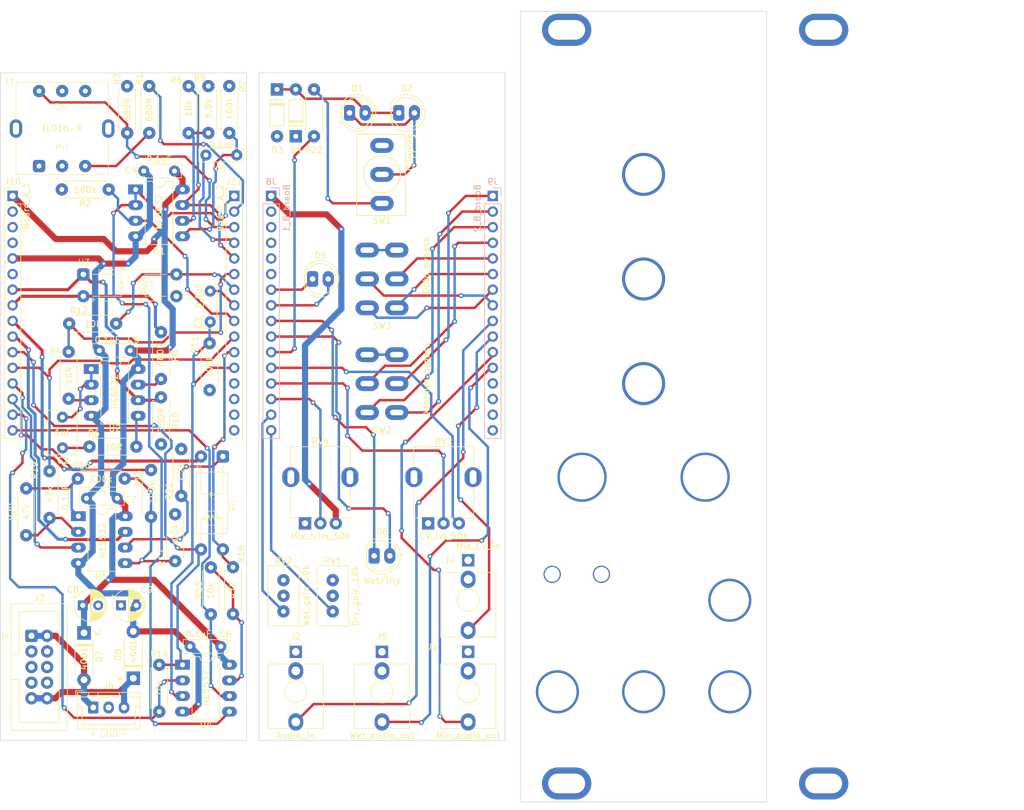
<source format=kicad_pcb>
(kicad_pcb (version 20221018) (generator pcbnew)
  (layers (0 "F.Cu" signal) (31 "B.Cu" signal) (34 "B.Paste" user) (35 "F.Paste" user) (36 "B.SilkS" user "B.Silkscreen") (37 "F.SilkS" user "F.Silkscreen") (38 "B.Mask" user) (39 "F.Mask" user) (44 "Edge.Cuts" user))
  (net 0 "")
  (net 1 "Net-(U1B-+)")
  (net 2 "Net-(U2A--)")
  (net 3 "Net-(C2-Pad2)")
  (net 4 "Wet")
  (net 5 "+12V")
  (net 6 "GND")
  (net 7 "-12V")
  (net 8 "Audio_in")
  (net 10 "Mix_CV_in")
  (net 12 "Mix_audio_out")
  (net 13 "Dry")
  (net 16 "Net-(R1-Pad2)")
  (net 17 "Net-(U2A-+)")
  (net 18 "Net-(U2B-+)")
  (net 19 "Net-(U1B--)")
  (net 20 "Net-(U5B-+)")
  (net 21 "Clipping_diodes")
  (net 22 "Net-(R15-Pad1)")
  (net 23 "Net-(R16-Pad2)")
  (net 24 "Net-(U5A--)")
  (net 25 "Net-(U5B--)")
  (net 28 "SW1_5")
  (net 29 "SW2_5")
  (net 30 "D1_+")
  (net 31 "D1_-")
  (net 32 "D4_+")
  (net 33 "D4_-")
  (net 34 "SW1_1")
  (net 35 "SW1_4")
  (net 36 "SW2_1")
  (net 37 "SW2_2")
  (net 38 "SW2_4")
  (net 39 "RV1_2")
  (net 40 "RV2_3")
  (net 41 "RV3_3")
  (net 42 "RV4_2")
  (net 43 "Net-(D1-K)")
  (net 44 "Net-(D1-A)")
  (net 45 "Net-(R8-Pad2)")
  (net 46 "Net-(SW1-A)")
  (net 48 "Net-(SW2A-C)")
  (net 49 "Net-(SW3A-C)")
  (net 52 "/Board_A/+12V_IN")
  (net 53 "/Board_A/-12V_IN")
  (net 54 "D1_-_B")
  (net 55 "D1_+_B")
  (net 56 "D4_-_B")
  (net 57 "D4_+_B")
  (net 58 "Mix_audio_out_B")
  (net 59 "Audio_in_B")
  (net 60 "Mix_CV_in_B")
  (net 61 "Wet_B")
  (net 62 "Clipping_diodes_B")
  (net 63 "RV4_3_B")
  (net 64 "RV4_2_B")
  (net 65 "RV1_2_B")
  (net 66 "RV2_3_B")
  (net 67 "RV3_3_B")
  (net 68 "SW1_2_B")
  (net 69 "SW1_1_B")
  (net 70 "SW1_4_B")
  (net 71 "SW1_5_B")
  (net 72 "SW2_2_B")
  (net 73 "SW2_1_B")
  (net 74 "SW2_4_B")
  (net 75 "SW2_5_B")
  (net 76 "GND1")
  (net 77 "+12VA")
  (net 78 "-12VA")
  (footprint "DIYSynthMNL:LED_D5.0mm_BigPads" (layer "F.Cu") (at 174 31.5)
    (fp_text reference "D2")
    (fp_text value "ClipLed2")
  )
  (footprint "DIYSynthMNL:C_Rect_L7.0mm_W2.0mm_P5.00mm_BigPads" (layer "F.Cu") (at 143.82 118.23 180)
    (fp_text reference "C6")
    (fp_text value "0.1uF")
  )
  (footprint "DIYSynthMNL:Potentiometer_Bourns_3296W_Vertical_BigPads" (layer "F.Cu") (at 154 107.46 90)
    (fp_text reference "RV2")
    (fp_text value "Wet_gain_10k")
  )
  (footprint "DIYSynthMNL:R_quarter_watt_L6.3mm_D2.5mm_P7.62mm" (layer "F.Cu") (at 132.2 27.14 -90)
    (fp_text reference "R1")
    (fp_text value "680R")
  )
  (footprint "DIYSynthMNL:PanelHole_Potentiometer_RV09" (layer "F.Cu") (at 199.9973 98.2158 90)
    (fp_text reference "REF**" hide)
    (fp_text value "PanelHole_Potentiometer_RV09" hide)
  )
  (footprint "DIYSynthMNL:R_quarter_watt_L6.3mm_D2.5mm_P7.62mm" (layer "F.Cu") (at 145.2 34.76 90)
    (fp_text reference "R7")
    (fp_text value "100k")
  )
  (footprint "DIYSynthMNL:LED_D5.0mm_BigPads" (layer "F.Cu") (at 170 103.5)
    (fp_text reference "D6")
    (fp_text value "Wet/Dry")
  )
  (footprint "DIYSynthMNL:DIP-8_W7.62mm_LongPads" (layer "F.Cu") (at 129.98 43.95)
    (fp_text reference "U1")
    (fp_text value "NE5532")
  )
  (footprint "DIYSynthMNL:LED_D5.0mm_BigPads" (layer "F.Cu") (at 166 31.5)
    (fp_text reference "D1")
    (fp_text value "ClipLed1")
  )
  (footprint "DIYSynthMNL:AudioJack_3.5mm_long_pads" (layer "F.Cu") (at 184 104.22)
    (fp_text reference "J4")
    (fp_text value "Mix_CV_in")
  )
  (footprint "DIYSynthMNL:R_quarter_watt_L6.3mm_D2.5mm_P7.62mm" (layer "F.Cu") (at 122.48 85.75)
    (fp_text reference "R6")
    (fp_text value "10R")
  )
  (footprint "DIYSynthMNL:PanelHole_Potentiometer_RV09" (layer "F.Cu") (at 219.9973 98.2158 90)
    (fp_text reference "REF**" hide)
    (fp_text value "PanelHole_Potentiometer_RV09" hide)
  )
  (footprint "DIYSynthMNL:AudioJack_3.5mm_long_pads" (layer "F.Cu") (at 184 119.1)
    (fp_text reference "J1")
    (fp_text value "Mix_audio_out")
  )
  (footprint "DIYSynthMNL:Potentiometer_RV09_BigPads" (layer "F.Cu") (at 157.4973 98.2158 90)
    (fp_text reference "RV4")
    (fp_text value "Mix_trim_50k")
  )
  (footprint "Capacitor_THT:CP_Radial_D5.0mm_P2.50mm" (layer "F.Cu") (at 127.6 111.55)
    (fp_text reference "C9")
    (fp_text value "22uF")
  )
  (footprint "DIYSynthMNL:Potentiometer_RV09_BigPads" (layer "F.Cu") (at 177.4973 98.2158 90)
    (fp_text reference "RV3")
    (fp_text value "CV_lvl_50k")
  )
  (footprint "DIYSynthMNL:PanelHole_AudioJack_3.5mm" (layer "F.Cu") (at 212.5 119.1)
    (fp_text reference "REF**" hide)
    (fp_text value "PanelHole_AudioJack_3.5mm" hide)
  )
  (footprint "DIYSynthMNL:C_Rect_L7.0mm_W2.0mm_P5.00mm_BigPads" (layer "F.Cu") (at 129.1 70.13 180)
    (fp_text reference "C5")
    (fp_text value "0.1uF")
  )
  (footprint "DIYSynthMNL:R_quarter_watt_L6.3mm_D2.5mm_P7.62mm" (layer "F.Cu") (at 128.21 90.95 180)
    (fp_text reference "R16")
    (fp_text value "100k")
  )
  (footprint "DIYSynthMNL:R_quarter_watt_L6.3mm_D2.5mm_P7.62mm" (layer "F.Cu") (at 125.61 43.95 180)
    (fp_text reference "R2")
    (fp_text value "100k")
  )
  (footprint "DIYSynthMNL:PanelHole_ToggleSwitch_MTS-202" (layer "F.Cu") (at 212.5 75.5 180)
    (fp_text reference "REF**" hide)
    (fp_text value "ToggleSwitch_MTS-202_DPDT" hide)
  )
  (footprint "DIYSynthMNL:R_quarter_watt_L6.3mm_D2.5mm_P7.62mm" (layer "F.Cu") (at 158.952 27.69 -90)
    (fp_text reference "R22")
    (fp_text value "330R")
  )
  (footprint "Connector_PinHeader_2.54mm:PinHeader_1x16_P2.54mm_Vertical" (layer "F.Cu") (at 110 45)
    (fp_text reference "J10")
    (fp_text value "Board_A_1")
  )
  (footprint "Capacitor_THT:CP_Radial_D5.0mm_P2.50mm" (layer "F.Cu") (at 121.4 111.55)
    (fp_text reference "C8")
    (fp_text value "22uF")
  )
  (footprint "DIYSynthMNL:R_quarter_watt_L6.3mm_D2.5mm_P7.62mm" (layer "F.Cu") (at 142.2 105.39 -90)
    (fp_text reference "R15")
    (fp_text value "10k")
  )
  (footprint "DIYSynthMNL:R_quarter_watt_L6.3mm_D2.5mm_P7.62mm" (layer "F.Cu") (at 134.1 77.74 -90)
    (fp_text reference "R10")
    (fp_text value "330R")
  )
  (footprint "DIYSynthMNL:C_Rect_L7.0mm_W2.0mm_P5.00mm_BigPads" (layer "F.Cu") (at 142.1 65.46 90)
    (fp_text reference "C3")
    (fp_text value "0.1uF")
  )
  (footprint "DIYSynthMNL:R_quarter_watt_L6.3mm_D2.5mm_P7.62mm" (layer "F.Cu") (at 137.4 93.77 90)
    (fp_text reference "R21")
    (fp_text value "2.2k")
  )
  (footprint "DIYSynthMNL:D_4148_BigPads" (layer "F.Cu") (at 152.952 27.69 -90)
    (fp_text reference "D3")
    (fp_text value "4148")
  )
  (footprint "DIYSynthMNL:IDC-Header_2x05_P2.54mm_Vertical_BigPads" (layer "F.Cu") (at 113.06 116.5)
    (fp_text reference "J7")
    (fp_text value "EURO_PWR_2x5")
  )
  (footprint "DIYSynthMNL:ToggleSwitch_MTS-202_DPDT" (layer "F.Cu") (at 170 58.5 180)
    (fp_text reference "SW3")
    (fp_text value "Opto_bypass")
  )
  (footprint "DIYSynthMNL:Potentiometer_Bourns_3296W_Vertical_BigPads" (layer "F.Cu") (at 162 107.46 90)
    (fp_text reference "RV1")
    (fp_text value "Dry_gain_10k")
  )
  (footprint "DIYSynthMNL:Handmade_vactrol_5mm" (layer "F.Cu") (at 121.487 57.75)
    (fp_text reference "U3")
    (fp_text value "VTL5C")
  )
  (footprint "DIYSynthMNL:AudioJack_3.5mm_long_pads" (layer "F.Cu") (at 156 119.1)
    (fp_text reference "J2")
    (fp_text value "Audio_in")
  )
  (footprint "DIYSynthMNL:R_quarter_watt_L6.3mm_D2.5mm_P7.62mm" (layer "F.Cu") (at 128.6 27.15 -90)
    (fp_text reference "R3")
    (fp_text value "680R")
  )
  (footprint "DIYSynthMNL:PanelHole_AudioJack_3.5mm" (layer "F.Cu") (at 226.5 104.22)
    (fp_text reference "REF**" hide)
    (fp_text value "PanelHole_AudioJack_3.5mm" hide)
  )
  (footprint "DIYSynthMNL:MountingHole_M3" (layer "F.Cu") (at 200 18)
    (fp_text reference "REF**")
    (fp_text value "MountingHole_M3")
  )
  (footprint "DIYSynthMNL:R_quarter_watt_L6.3mm_D2.5mm_P7.62mm" (layer "F.Cu") (at 134.1 67.14 -90)
    (fp_text reference "R8")
    (fp_text value "680R")
  )
  (footprint "DIYSynthMNL:R_quarter_watt_L6.3mm_D2.5mm_P7.62mm" (layer "F.Cu") (at 145.8 105.34 -90)
    (fp_text reference "R18")
    (fp_text value "47k")
  )
  (footprint "DIYSynthMNL:D_DO-41_SOD81_P7.62mm_Horizontal_BigPads" (layer "F.Cu") (at 121.6 116.03 -90)
    (fp_text reference "D7")
    (fp_text value "4001")
  )
  (footprint "DIYSynthMNL:R_quarter_watt_L6.3mm_D2.5mm_P7.62mm" (layer "F.Cu") (at 119.1 70.34 -90)
    (fp_text reference "R4")
    (fp_text value "10R")
  )
  (footprint "DIYSynthMNL:D_4148_BigPads" (layer "F.Cu") (at 156 35.31 90)
    (fp_text reference "D4")
    (fp_text value "4148")
  )
  (footprint "DIYSynthMNL:PanelHole_Bourns_3296W_TrimPot" (layer "F.Cu") (at 196.5 107.46 90)
    (fp_text reference "REF**" hide)
    (fp_text value "PanelHole_Bourns_3296W_TrimPot" hide)
  )
  (footprint "DIYSynthMNL:PanelHole_ToggleSwitch_MTS-202" (layer "F.Cu") (at 212.5 58.5 180)
    (fp_text reference "REF**" hide)
    (fp_text value "ToggleSwitch_MTS-202_DPDT" hide)
  )
  (footprint "DIYSynthMNL:C_Rect_L7.0mm_W2.0mm_P5.00mm_BigPads" (layer "F.Cu") (at 136.3 40.95 180)
    (fp_text reference "C4")
    (fp_text value "0.1uF")
  )
  (footprint "DIYSynthMNL:Handmade_vactrol_5mm" (layer "F.Cu") (at 144.156 87.35 -90)
    (fp_text reference "U6")
    (fp_text value "VTL5C")
  )
  (footprint "DIYSynthMNL:R_quarter_watt_L6.3mm_D2.5mm_P7.62mm" (layer "F.Cu") (at 138.6 34.77 90)
    (fp_text reference "R5")
    (fp_text value "10k")
  )
  (footprint "DIYSynthMNL:R_quarter_watt_L6.3mm_D2.5mm_P7.62mm" (layer "F.Cu") (at 116 89.74 -90)
    (fp_text reference "R19")
    (fp_text value "47k")
  )
  (footprint "DIYSynthMNL:LED_D5.0mm_BigPads" (layer "F.Cu") (at 160 58.5)
    (fp_text reference "D5")
    (fp_text value "Opto_sat")
  )
  (footprint "DIYSynthMNL:R_quarter_watt_L6.3mm_D2.5mm_P7.62mm" (layer "F.Cu") (at 112.2 100.16 90)
    (fp_text reference "R20")
    (fp_text value "47k")
  )
  (footprint "DIYSynthMNL:R_quarter_watt_L6.3mm_D2.5mm_P7.62mm" (layer "F.Cu") (at 126.81 65.75 180)
    (fp_text reference "R12")
    (fp_text value "10k")
  )
  (footprint "DIYSynthMNL:MountingHole_M3" (layer "F.Cu") (at 200 140.5)
    (fp_text reference "REF**")
    (fp_text value "MountingHole_M3")
  )
  (footprint "DIYSynthMNL:R_quarter_watt_L6.3mm_D2.5mm_P7.62mm" (layer "F.Cu") (at 142 68.94 -90)
    (fp_text reference "R11")
    (fp_text value "100k")
  )
  (footprint "DIYSynthMNL:C_Rect_L7.0mm_W2.0mm_P5.00mm_BigPads" (layer "F.Cu") (at 146.4 38.35 180)
    (fp_text reference "C1")
    (fp_text value "0.1uF")
  )
  (footprint "DIYSynthMNL:Panel_8HP" (layer "F.Cu") (at 234.25 15)
    (fp_text reference "REF**")
    (fp_text value "Panel_8HP")
  )
  (footprint "DIYSynthMNL:PanelHole_AudioJack_3.5mm" (layer "F.Cu") (at 198.5 119.1)
    (fp_text reference "REF**" hide)
    (fp_text value "PanelHole_AudioJack_3.5mm" hide)
  )
  (footprint "DIYSynthMNL:DIP-8_W7.62mm_LongPads" (layer "F.Cu") (at 137.6 121.21)
    (fp_text reference "U4")
    (fp_text value "NE5532")
  )
  (footprint "DIYSynthMNL:PanelHole_ToggleSwitch_MTS-101" (layer "F.Cu") (at 212.5 41.5)
    (fp_text reference "REF**" hide)
    (fp_text value "PanelHole_ToggleSwitch_MTS-101" hide)
  )
  (footprint "DIYSynthMNL:DIP-8_W7.62mm_LongPads" (layer "F.Cu") (at 122.775 73.13)
    (fp_text reference "U2")
    (fp_text value "NE5532")
  )
  (footprint "DIYSynthMNL:D_DO-41_SOD81_P7.62mm_Horizontal_BigPads" (layer "F.Cu") (at 129.6 123.4 90)
    (fp_text reference "D8")
    (fp_text value "4001")
  )
  (footprint "DIYSynthMNL:ToggleSwitch_MTS-202_DPDT" (layer "F.Cu") (at 170 75.5 180)
    (fp_text reference "SW2")
    (fp_text value "Xformer_bypass")
  )
  (footprint "DIYSynthMNL:Audio_transformer_TL016-R" (layer "F.Cu") (at 118.04715 34.046)
    (fp_text reference "T1")
    (fp_text value "TL016-R")
  )
  (footprint "DIYSynthMNL:R_quarter_watt_L6.3mm_D2.5mm_P7.62mm" (layer "F.Cu") (at 132.48 89.54 -90)
    (fp_text reference "R13")
    (fp_text value "100k")
  )
  (footprint "DIYSynthMNL:C_Rect_L7.0mm_W2.0mm_P5.00mm_BigPads" (layer "F.Cu") (at 127 94.15 180)
    (fp_text reference "C7")
    (fp_text value "0.1uF")
  )
  (footprint "DIYSynthMNL:ToggleSwitch_MTS-102_SPDT" (layer "F.Cu") (at 170 41.5 180)
    (fp_text reference "SW1")
    (fp_text value "Clipping")
  )
  (footprint "DIYSynthMNL:C_Rect_L7.0mm_W4.5mm_P5.00mm_BigPads" (layer "F.Cu") (at 118.1 80.96 -90)
    (fp_text reference "C2")
    (fp_text value "1uF")
  )
  (footprint "DIYSynthMNL:PanelHole_Bourns_3296W_TrimPot" (layer "F.Cu") (at 204.5 107.46 90)
    (fp_text reference "REF**" hide)
    (fp_text value "PanelHole_Bourns_3296W_TrimPot" hide)
  )
  (footprint "DIYSynthMNL:Eurorack_power_jst_3P" (layer "F.Cu") (at 123.1 128.15)
    (fp_text reference "J6")
    (fp_text value "EuroPower_JST_3P")
  )
  (footprint "DIYSynthMNL:AudioJack_3.5mm_long_pads" (layer "F.Cu") (at 170 119.1)
    (fp_text reference "J5")
    (fp_text value "Wet_audio_out")
  )
  (footprint "DIYSynthMNL:R_quarter_watt_L6.3mm_D2.5mm_P7.62mm" (layer "F.Cu") (at 133.82 121.21 -90)
    (fp_text reference "R14")
    (fp_text value "10k")
  )
  (footprint "DIYSynthMNL:R_quarter_watt_L6.3mm_D2.5mm_P7.62mm" (layer "F.Cu") (at 136.4 104.36 90)
    (fp_text reference "R17")
    (fp_text value "100k")
  )
  (footprint "Connector_PinHeader_2.54mm:PinHeader_1x16_P2.54mm_Vertical" (layer "F.Cu") (at 146 45)
    (fp_text reference "J11")
    (fp_text value "Board_A_2")
  )
  (footprint "DIYSynthMNL:DIP-8_W7.62mm_LongPads" (layer "F.Cu") (at 120.68 97.07)
    (fp_text reference "U5" hide)
    (fp_text value "NE5532")
  )
  (footprint "DIYSynthMNL:R_quarter_watt_L6.3mm_D2.5mm_P7.62mm" (layer "F.Cu") (at 141.8 34.77 90)
    (fp_text reference "R9")
    (fp_text value "6.8k")
  )
  (footprint "DIYSynthMNL:PanelHole_AudioJack_3.5mm" (layer "F.Cu") (at 226.5 119.1)
    (fp_text reference "REF**" hide)
    (fp_text value "PanelHole_AudioJack_3.5mm" hide)
  )
  (footprint "Connector_PinHeader_2.54mm:PinHeader_1x16_P2.54mm_Vertical" (layer "B.Cu") (at 152 45 180)
    (fp_text reference "J8")
    (fp_text value "Board_B_1")
  )
  (footprint "Connector_PinHeader_2.54mm:PinHeader_1x16_P2.54mm_Vertical" (layer "B.Cu") (at 188 45 180)
    (fp_text reference "J9")
    (fp_text value "Board_B_2")
  )
  (gr_rect locked (start 150 25) (end 190 133.5) (stroke (width 0.1)) (fill none) (layer "Edge.Cuts"))
  (gr_rect (start 192.5 15) (end 232.5 143.5) (stroke (width 0.1)) (fill none) (layer "Edge.Cuts"))
  (gr_rect (start 108 25) (end 148 133.5) (stroke (width 0.1)) (fill none) (layer "Edge.Cuts"))
  (segment (start 141.99852 50.433014) (end 141.965506 50.4) (width 0.4) (layer "F.Cu") (net 1))
  (segment (start 143 39.6) (end 144.25 38.35) (width 0.4) (layer "F.Cu") (net 1))
  (segment (start 138.77 50.4) (end 137.6 51.57) (width 0.4) (layer "F.Cu") (net 1))
  (segment (start 143 40.6) (end 143 39.6) (width 0.4) (layer "F.Cu") (net 1))
  (segment (start 144.25 38.35) (end 146.4 38.35) (width 0.4) (layer "F.Cu") (net 1))
  (segment (start 141.965506 50.4) (end 138.77 50.4) (width 0.4) (layer "F.Cu") (net 1))
  (via (at 143 40.6) (size 0.8) (drill 0.4) (layers "F.Cu" "B.Cu") (net 1))
  (via (at 141.99852 50.433014) (size 0.8) (drill 0.4) (layers "F.Cu" "B.Cu") (net 1))
  (segment (start 143 42.630871) (end 143 40.6) (width 0.4) (layer "B.Cu") (net 1))
  (segment (start 146.4 35.96) (end 146.4 38.35) (width 0.4) (layer "B.Cu") (net 1))
  (segment (start 142.6 43.030871) (end 143 42.630871) (width 0.4) (layer "B.Cu") (net 1))
  (segment (start 141.99852 50.433014) (end 142.6 49.831534) (width 0.4) (layer "B.Cu") (net 1))
  (segment (start 142.6 49.831534) (end 142.6 43.030871) (width 0.4) (layer "B.Cu") (net 1))
  (segment (start 145.2 34.76) (end 146.4 35.96) (width 0.4) (layer "B.Cu") (net 1))
  (segment (start 121.73 75.67) (end 121 76.4) (width 0.4) (layer "F.Cu") (net 2))
  (segment (start 121 79.6) (end 119.64 80.96) (width 0.4) (layer "F.Cu") (net 2))
  (segment (start 119.64 80.96) (end 118.1 80.96) (width 0.4) (layer "F.Cu") (net 2))
  (via (at 121 76.4) (size 0.8) (drill 0.4) (layers "F.Cu" "B.Cu") (net 2))
  (via (at 121 79.6) (size 0.8) (drill 0.4) (layers "F.Cu" "B.Cu") (net 2))
  (segment (start 121 76.4) (end 121 79.6) (width 0.4) (layer "B.Cu") (net 2))
  (segment (start 122.775 75.67) (end 122.775 73.13) (width 0.4) (layer "B.Cu") (net 2))
  (segment (start 118.1 85.96) (end 122.27 85.96) (width 0.4) (layer "F.Cu") (net 3))
  (segment (start 140 70.6) (end 141.66 68.94) (width 0.4) (layer "F.Cu") (net 4))
  (segment (start 139.8 70.6) (end 140 70.6) (width 0.4) (layer "F.Cu") (net 4))
  (segment (start 136.49 126.29) (end 135.8 125.6) (width 0.4) (layer "F.Cu") (net 4))
  (segment (start 142.06 72.94) (end 146 72.94) (width 0.4) (layer "F.Cu") (net 4))
  (segment (start 139.4 75.6) (end 142.06 72.94) (width 0.4) (layer "F.Cu") (net 4))
  (segment (start 141.66 68.94) (end 142 68.94) (width 0.4) (layer "F.Cu") (net 4))
  (segment (start 137.6 126.29) (end 136.49 126.29) (width 0.4) (layer "F.Cu") (net 4))
  (via (at 135.8 125.6) (size 0.8) (drill 0.4) (layers "F.Cu" "B.Cu") (net 4))
  (via (at 139.8 70.6) (size 0.8) (drill 0.4) (layers "F.Cu" "B.Cu") (net 4))
  (via (at 139.4 75.6) (size 0.8) (drill 0.4) (layers "F.Cu" "B.Cu") (net 4))
  (segment (start 139.4 71) (end 139.4 75.6) (width 0.4) (layer "B.Cu") (net 4))
  (segment (start 139.8 70.6) (end 139.4 71) (width 0.4) (layer "B.Cu") (net 4))
  (segment (start 135.8 108) (end 135.8 125.6) (width 0.4) (layer "B.Cu") (net 4))
  (segment (start 139.4 75.6) (end 139.2 75.8) (width 0.4) (layer "B.Cu") (net 4))
  (segment (start 142 68.94) (end 142 65.56) (width 0.4) (layer "B.Cu") (net 4))
  (segment (start 139.2 75.8) (end 139.2 104.6) (width 0.4) (layer "B.Cu") (net 4))
  (segment (start 139.2 104.6) (end 135.8 108) (width 0.4) (layer "B.Cu") (net 4))
  (segment (start 125.55 107.4) (end 132.99 107.4) (width 1) (layer "F.Cu") (net 5))
  (segment (start 137.6 42.25) (end 136.3 40.95) (width 1) (layer "F.Cu") (net 5))
  (segment (start 132.99 107.4) (end 143.82 118.23) (width 1) (layer "F.Cu") (net 5))
  (segment (start 134.8 46.35) (end 137.2 43.95) (width 1) (layer "F.Cu") (net 5))
  (segment (start 133 52.8) (end 133 52) (width 1) (layer "F.Cu") (net 5))
  (segment (start 134.8 47.2) (end 134.8 46.35) (width 1) (layer "F.Cu") (net 5))
  (segment (start 137.6 43.95) (end 137.6 42.25) (width 1) (layer "F.Cu") (net 5))
  (segment (start 135.07 70.13) (end 135.6 69.6) (width 1) (layer "F.Cu") (net 5))
  (segment (start 128.3 97.07) (end 128.3 95.45) (width 1) (layer "F.Cu") (net 5))
  (segment (start 131.8 54) (end 133 52.8) (width 1) (layer "F.Cu") (net 5))
  (segment (start 128.3 95.45) (end 127 94.15) (width 1) (layer "F.Cu") (net 5))
  (segment (start 126.8 54) (end 131.8 54) (width 1) (layer "F.Cu") (net 5))
  (segment (start 124.8 52) (end 126.8 54) (width 1) (layer "F.Cu") (net 5))
  (segment (start 125.55 107.4) (end 121.4 111.55) (width 1) (layer "F.Cu") (net 5))
  (segment (start 110 45) (end 117 52) (width 1) (layer "F.Cu") (net 5))
  (segment (start 129.1 70.13) (end 135.07 70.13) (width 1) (layer "F.Cu") (net 5))
  (segment (start 117 52) (end 124.8 52) (width 1) (layer "F.Cu") (net 5))
  (via (at 134.8 47.2) (size 0.9) (drill 0.4) (layers "F.Cu" "B.Cu") (net 5))
  (via (at 133 52) (size 0.9) (drill 0.4) (layers "F.Cu" "B.Cu") (net 5))
  (via (at 135.6 69.6) (size 0.9) (drill 0.4) (layers "F.Cu" "B.Cu") (net 5))
  (via (at 125.55 107.4) (size 0.9) (drill 0.4) (layers "F.Cu" "B.Cu") (net 5))
  (segment (start 126.31 90.162994) (end 128 88.472994) (width 1) (layer "B.Cu") (net 5))
  (segment (start 133 52) (end 134.7 50.3) (width 1) (layer "B.Cu") (net 5))
  (segment (start 126.2 106.75) (end 126.2 97.6) (width 1) (layer "B.Cu") (net 5))
  (segment (start 128 75.125) (end 129.995 73.13) (width 1) (layer "B.Cu") (net 5))
  (segment (start 143.82 118.23) (end 143.82 119.81) (width 1) (layer "B.Cu") (net 5))
  (segment (start 134.7 47.3) (end 134.8 47.2) (width 1) (layer "B.Cu") (net 5))
  (segment (start 125.55 107.4) (end 126.2 106.75) (width 1) (layer "B.Cu") (net 5))
  (segment (start 127 94.15) (end 126.31 93.46) (width 1) (layer "B.Cu") (net 5))
  (segment (start 130.395 71.425) (end 129.1 70.13) (width 1) (layer "B.Cu") (net 5))
  (segment (start 130.395 73.13) (end 130.395 71.425) (width 1) (layer "B.Cu") (net 5))
  (segment (start 126.2 97.6) (end 126.73 97.07) (width 1) (layer "B.Cu") (net 5))
  (segment (start 128 88.472994) (end 128 75.125) (width 1) (layer "B.Cu") (net 5))
  (segment (start 134.7 50.3) (end 134.7 49) (width 1) (layer "B.Cu") (net 5))
  (segment (start 121.6 111.75) (end 121.4 111.55) (width 1) (layer "B.Cu") (net 5))
  (segment (start 134.7 49) (end 134.7 47.3) (width 1) (layer "B.Cu") (net 5))
  (segment (start 134.7 62.093006) (end 134.7 49) (width 1) (layer "B.Cu") (net 5))
  (segment (start 136 69.2) (end 136 63.393006) (width 1) (layer "B.Cu") (net 5))
  (segment (start 126.73 97.07) (end 128.3 97.07) (width 1) (layer "B.Cu") (net 5))
  (segment (start 135.6 69.6) (end 136 69.2) (width 1) (layer "B.Cu") (net 5))
  (segment (start 121.6 116.03) (end 121.6 111.75) (width 1) (layer "B.Cu") (net 5))
  (segment (start 143.82 119.81) (end 145.22 121.21) (width 1) (layer "B.Cu") (net 5))
  (segment (start 126.31 93.46) (end 126.31 90.162994) (width 1) (layer "B.Cu") (net 5))
  (segment (start 136 63.393006) (end 134.7 62.093006) (width 1) (layer "B.Cu") (net 5))
  (segment (start 138.82 118.23) (end 136.37 115.78) (width 1) (layer "F.Cu") (net 7))
  (segment (start 124.8 56) (end 128.8 56) (width 1) (layer "F.Cu") (net 7))
  (segment (start 110 55.16) (end 123.96 55.16) (width 1) (layer "F.Cu") (net 7))
  (segment (start 138.97 128.83) (end 140.2 127.6) (width 1) (layer "F.Cu") (net 7))
  (segment (start 123.96 55.16) (end 124.8 56) (width 1) (layer "F.Cu") (net 7))
  (segment (start 137.6 128.83) (end 138.97 128.83) (width 1) (layer "F.Cu") (net 7))
  (segment (start 136.37 115.78) (end 129.6 115.78) (width 1) (layer "F.Cu") (net 7))
  (via (at 124.8 56) (size 0.9) (drill 0.4) (layers "F.Cu" "B.Cu") (net 7))
  (via (at 128.8 56) (size 0.9) (drill 0.4) (layers "F.Cu" "B.Cu") (net 7))
  (via (at 140.2 127.6) (size 0.9) (drill 0.4) (layers "F.Cu" "B.Cu") (net 7))
  (segment (start 140.2 119.61) (end 138.82 118.23) (width 1) (layer "B.Cu") (net 7))
  (segment (start 124.38 82.355) (end 122.775 80.75) (width 1) (layer "B.Cu") (net 7))
  (segment (start 130.1 110.41863) (end 129.28137 109.6) (width 1) (layer "B.Cu") (net 7))
  (segment (start 120.68 106.48) (end 120.68 104.69) (width 1) (layer "B.Cu") (net 7))
  (segment (start 123.4 69.43) (end 123.4 57.4) (width 1) (layer "B.Cu") (net 7))
  (segment (start 130.38 51.57) (end 132.3 49.65) (width 1) (layer "B.Cu") (net 7))
  (segment (start 125.1 71.13) (end 125.1 79.5) (width 1) (layer "B.Cu") (net 7))
  (segment (start 123 95.15) (end 122 94.15) (width 1) (layer "B.Cu") (net 7))
  (segment (start 124.1 70.13) (end 123.4 69.43) (width 1) (layer "B.Cu") (net 7))
  (segment (start 125.1 79.5) (end 123.85 80.75) (width 1) (layer "B.Cu") (net 7))
  (segment (start 129.28137 109.6) (end 123.8 109.6) (width 1) (layer "B.Cu") (net 7))
  (segment (start 129.6 115.78) (end 129.6 112.05) (width 1) (layer "B.Cu") (net 7))
  (segment (start 132.3 49.65) (end 132.3 41.95) (width 1) (layer "B.Cu") (net 7))
  (segment (start 140.2 127.6) (end 140.2 119.61) (width 1) (layer "B.Cu") (net 7))
  (segment (start 123 102.77) (end 123 95.15) (width 1) (layer "B.Cu") (net 7))
  (segment (start 121.08 104.69) (end 123 102.77) (width 1) (layer "B.Cu") (net 7))
  (segment (start 124.38 91.77) (end 124.38 82.355) (width 1) (layer "B.Cu") (net 7))
  (segment (start 123.85 80.75) (end 122.775 80.75) (width 1) (layer "B.Cu") (net 7))
  (segment (start 132.3 41.95) (end 131.3 40.95) (width 1) (layer "B.Cu") (net 7))
  (segment (start 129.98 54.82) (end 129.98 51.57) (width 1) (layer "B.Cu") (net 7))
  (segment (start 129.6 112.05) (end 130.1 111.55) (width 1) (layer "B.Cu") (net 7))
  (segment (start 124.1 70.13) (end 125.1 71.13) (width 1) (layer "B.Cu") (net 7))
  (segment (start 130.1 111.55) (end 130.1 110.41863) (width 1) (layer "B.Cu") (net 7))
  (segment (start 123.8 109.6) (end 120.68 106.48) (width 1) (layer "B.Cu") (net 7))
  (segment (start 128.8 56) (end 129.98 54.82) (width 1) (layer "B.Cu") (net 7))
  (segment (start 122 94.15) (end 124.38 91.77) (width 1) (layer "B.Cu") (net 7))
  (segment (start 123.4 57.4) (end 124.8 56) (width 1) (layer "B.Cu") (net 7))
  (segment (start 138 54.8) (end 138 54.76901) (width 0.4) (layer "F.Cu") (net 8))
  (segment (start 142.335 64.135) (end 138.4 60.2) (width 0.4) (layer "F.Cu") (net 8))
  (segment (start 132.26099 49.03) (end 129.98 49.03) (width 0.4) (layer "F.Cu") (net 8))
  (segment (start 146 65.32) (end 144.815 64.135) (width 0.4) (layer "F.Cu") (net 8))
  (segment (start 138 54.76901) (end 132.26099 49.03) (width 0.4) (layer "F.Cu") (net 8))
  (segment (start 144.815 64.135) (end 142.335 64.135) (width 0.4) (layer "F.Cu") (net 8))
  (via (at 138.4 60.2) (size 0.8) (drill 0.4) (layers "F.Cu" "B.Cu") (net 8))
  (via (at 138 54.8) (size 0.8) (drill 0.4) (layers "F.Cu" "B.Cu") (net 8))
  (segment (start 127.125 47.325) (end 128.83 49.03) (width 0.4) (layer "B.Cu") (net 8))
  (segment (start 125.61 43.95) (end 127.125 45.465) (width 0.4) (layer "B.Cu") (net 8))
  (segment (start 138.4 60.2) (end 138.4 55.2) (width 0.4) (layer "B.Cu") (net 8))
  (segment (start 127.125 45.465) (end 127.125 47.325) (width 0.4) (layer "B.Cu") (net 8))
  (segment (start 138.4 55.2) (end 138 54.8) (width 0.4) (layer "B.Cu") (net 8))
  (segment (start 128.83 49.03) (end 129.98 49.03) (width 0.4) (layer "B.Cu") (net 8))
  (segment (start 116 73.2) (end 117.4 71.8) (width 0.4) (layer "F.Cu") (net 10))
  (segment (start 124.245 71.8) (end 124.645 72.2) (width 0.4) (layer "F.Cu") (net 10))
  (segment (start 117.4 71.8) (end 124.245 71.8) (width 0.4) (layer "F.Cu") (net 10))
  (segment (start 129.545101 71.6) (end 142.26 71.6) (width 0.4) (layer "F.Cu") (net 10))
  (segment (start 114.34 72.94) (end 110 72.94) (width 0.4) (layer "F.Cu") (net 10))
  (segment (start 128.945101 72.2) (end 129.545101 71.6) (width 0.4) (layer "F.Cu") (net 10))
  (segment (start 116 74.6) (end 114.34 72.94) (width 0.4) (layer "F.Cu") (net 10))
  (segment (start 116 74.6) (end 116 73.2) (width 0.4) (layer "F.Cu") (net 10))
  (segment (start 142.26 71.6) (end 146 67.86) (width 0.4) (layer "F.Cu") (net 10))
  (segment (start 124.645 72.2) (end 128.945101 72.2) (width 0.4) (layer "F.Cu") (net 10))
  (via (at 116 74.6) (size 0.8) (drill 0.4) (layers "F.Cu" "B.Cu") (net 10))
  (segment (start 116 74.6) (end 116 89.74) (width 0.4) (layer "B.Cu") (net 10))
  (segment (start 144.156 103.696) (end 144.156 102.463) (width 0.4) (layer "F.Cu") (net 12))
  (segment (start 142.8 85.8) (end 144 84.6) (width 0.4) (layer "F.Cu") (net 12))
  (segment (start 146 70.4) (end 145 70.4) (width 0.4) (layer "F.Cu") (net 12))
  (segment (start 145 70.4) (end 144.4 71) (width 0.4) (layer "F.Cu") (net 12))
  (segment (start 144 84.6) (end 144.2 84.6) (width 0.4) (layer "F.Cu") (net 12))
  (segment (start 145.8 105.34) (end 144.156 103.696) (width 0.4) (layer "F.Cu") (net 12))
  (via (at 142.8 85.8) (size 0.8) (drill 0.4) (layers "F.Cu" "B.Cu") (net 12))
  (via (at 144.4 71) (size 0.8) (drill 0.4) (layers "F.Cu" "B.Cu") (net 12))
  (via (at 144.2 84.6) (size 0.8) (drill 0.4) (layers "F.Cu" "B.Cu") (net 12))
  (segment (start 142.8 85.8) (end 142.6 86) (width 0.4) (layer "B.Cu") (net 12))
  (segment (start 142.6 100.907) (end 144.156 102.463) (width 0.4) (layer "B.Cu") (net 12))
  (segment (start 144.4 71) (end 144.4 84.4) (width 0.4) (layer "B.Cu") (net 12))
  (segment (start 142.6 86) (end 142.6 100.907) (width 0.4) (layer "B.Cu") (net 12))
  (segment (start 144.4 84.4) (end 144.2 84.6) (width 0.4) (layer "B.Cu") (net 12))
  (segment (start 142.268629 47.8) (end 135.755635 47.8) (width 0.4) (layer "F.Cu") (net 13))
  (segment (start 134.33 48.3) (end 129.98 43.95) (width 0.4) (layer "F.Cu") (net 13))
  (segment (start 131.6 62.6) (end 128 62.6) (width 0.4) (layer "F.Cu") (net 13))
  (segment (start 135.755635 47.8) (end 135.255635 48.3) (width 0.4) (layer "F.Cu") (net 13))
  (segment (start 143.25 130.8) (end 145.22 128.83) (width 0.4) (layer "F.Cu") (net 13))
  (segment (start 133.2 130.8) (end 143.25 130.8) (width 0.4) (layer "F.Cu") (net 13))
  (segment (start 144.6 48.2) (end 144 48.8) (width 0.4) (layer "F.Cu") (net 13))
  (segment (start 128 62.6) (end 127.8 62.4) (width 0.4) (layer "F.Cu") (net 13))
  (segment (start 135.255635 48.3) (end 134.33 48.3) (width 0.4) (layer "F.Cu") (net 13))
  (segment (start 144 48.8) (end 143.268629 48.8) (width 0.4) (layer "F.Cu") (net 13))
  (segment (start 143.268629 48.8) (end 142.268629 47.8) (width 0.4) (layer "F.Cu") (net 13))
  (segment (start 127.71 46.49) (end 129.98 46.49) (width 0.4) (layer "F.Cu") (net 13))
  (segment (start 126.4 47.8) (end 127.71 46.49) (width 0.4) (layer "F.Cu") (net 13))
  (via (at 131.6 62.6) (size 0.8) (drill 0.4) (layers "F.Cu" "B.Cu") (net 13))
  (via (at 127.8 62.4) (size 0.8) (drill 0.4) (layers "F.Cu" "B.Cu") (net 13))
  (via (at 133.2 130.8) (size 0.8) (drill 0.4) (layers "F.Cu" "B.Cu") (net 13))
  (via (at 144.6 48.2) (size 0.8) (drill 0.4) (layers "F.Cu" "B.Cu") (net 13))
  (via (at 126.4 47.8) (size 0.8) (drill 0.4) (layers "F.Cu" "B.Cu") (net 13))
  (segment (start 129.98 46.49) (end 129.98 43.95) (width 0.4) (layer "B.Cu") (net 13))
  (segment (start 132.195 85.717742) (end 132.195 63.195) (width 0.4) (layer "B.Cu") (net 13))
  (segment (start 133.2 130.8) (end 132.4 130) (width 0.4) (layer "B.Cu") (net 13))
  (segment (start 132.4 105.2) (end 134.2 103.4) (width 0.4) (layer "B.Cu") (net 13))
  (segment (start 126.4 61) (end 126.4 47.8) (width 0.4) (layer "B.Cu") (net 13))
  (segment (start 127.8 62.4) (end 126.4 61) (width 0.4) (layer "B.Cu") (net 13))
  (segment (start 144.6 48.2) (end 144.6 46.4) (width 0.4) (layer "B.Cu") (net 13))
  (segment (start 134.2 87.722742) (end 132.195 85.717742) (width 0.4) (layer "B.Cu") (net 13))
  (segment (start 144.6 46.4) (end 146 45) (width 0.4) (layer "B.Cu") (net 13))
  (segment (start 132.195 63.195) (end 131.6 62.6) (width 0.4) (layer "B.Cu") (net 13))
  (segment (start 134.2 103.4) (end 134.2 87.722742) (width 0.4) (layer "B.Cu") (net 13))
  (segment (start 132.4 130) (end 132.4 105.2) (width 0.4) (layer "B.Cu") (net 13))
  (segment (start 126.818 40.142) (end 121.8 40.142) (width 0.4) (layer "F.Cu") (net 16))
  (segment (start 132.2 34.76) (end 126.818 40.142) (width 0.4) (layer "F.Cu") (net 16))
  (segment (start 122.775 78.21) (end 119.35 78.21) (width 0.4) (layer "F.Cu") (net 17))
  (segment (start 130.1 85.75) (end 130.1 81.045) (width 0.4) (layer "B.Cu") (net 18))
  (segment (start 139.4 48.5995) (end 138.9695 49.03) (width 0.4) (layer "F.Cu") (net 19))
  (segment (start 138.9695 49.03) (end 137.6 49.03) (width 0.4) (layer "F.Cu") (net 19))
  (segment (start 141.8 34.77) (end 138.6 34.77) (width 0.4) (layer "F.Cu") (net 19))
  (via (at 139.4 48.5995) (size 0.8) (drill 0.4) (layers "F.Cu" "B.Cu") (net 19))
  (segment (start 139.4 35.57) (end 138.6 34.77) (width 0.4) (layer "B.Cu") (net 19))
  (segment (start 139.4 48.5995) (end 139.4 35.57) (width 0.4) (layer "B.Cu") (net 19))
  (segment (start 131 104.2) (end 130.51 104.69) (width 0.4) (layer "F.Cu") (net 20))
  (segment (start 132.4 93) (end 130.35 90.95) (width 0.4) (layer "F.Cu") (net 20))
  (segment (start 131.16 104.36) (end 136.4 104.36) (width 0.4) (layer "F.Cu") (net 20))
  (segment (start 130.35 90.95) (end 128.21 90.95) (width 0.4) (layer "F.Cu") (net 20))
  (segment (start 130.51 104.69) (end 128.3 104.69) (width 0.4) (layer "F.Cu") (net 20))
  (segment (start 131 104.2) (end 131.16 104.36) (width 0.4) (layer "F.Cu") (net 20))
  (via (at 132.4 93) (size 0.8) (drill 0.4) (layers "F.Cu" "B.Cu") (net 20))
  (via (at 131 104.2) (size 0.8) (drill 0.4) (layers "F.Cu" "B.Cu") (net 20))
  (segment (start 132.48 97.16) (end 132.48 93.08) (width 0.4) (layer "B.Cu") (net 20))
  (segment (start 132.48 102.72) (end 132.48 97.16) (width 0.4) (layer "B.Cu") (net 20))
  (segment (start 131 104.2) (end 132.48 102.72) (width 0.4) (layer "B.Cu") (net 20))
  (segment (start 132.48 93.08) (end 132.4 93) (width 0.4) (layer "B.Cu") (net 20))
  (segment (start 132.895 82.4) (end 116.8 82.4) (width 0.4) (layer "F.Cu") (net 21))
  (segment (start 140.6 102.463) (end 137.063 102.463) (width 0.4) (layer "F.Cu") (net 21))
  (segment (start 111.8 70.4) (end 110 70.4) (width 0.4) (layer "F.Cu") (net 21))
  (segment (start 137.063 102.463) (end 136.8 102.2) (width 0.4) (layer "F.Cu") (net 21))
  (segment (start 133.82 121.21) (end 137.6 121.21) (width 0.4) (layer "F.Cu") (net 21))
  (segment (start 132.9945 82.3005) (end 132.895 82.4) (width 0.4) (layer "F.Cu") (net 21))
  (segment (start 113.4 72) (end 111.8 70.4) (width 0.4) (layer "F.Cu") (net 21))
  (segment (start 116.8 82.4) (end 113.4 79) (width 0.4) (layer "F.Cu") (net 21))
  (via (at 136.8 102.2) (size 0.8) (drill 0.4) (layers "F.Cu" "B.Cu") (net 21))
  (via (at 113.4 79) (size 0.8) (drill 0.4) (layers "F.Cu" "B.Cu") (net 21))
  (via (at 132.9945 82.3005) (size 0.8) (drill 0.4) (layers "F.Cu" "B.Cu") (net 21))
  (via (at 113.4 72) (size 0.8) (drill 0.4) (layers "F.Cu" "B.Cu") (net 21))
  (segment (start 133.303242 82.3005) (end 135.8 84.797258) (width 0.4) (layer "B.Cu") (net 21))
  (segment (start 134.8 100.2) (end 136.8 102.2) (width 0.4) (layer "B.Cu") (net 21))
  (segment (start 136.8 108.371231) (end 140.2 104.971231) (width 0.4) (layer "B.Cu") (net 21))
  (segment (start 137.295 118.967742) (end 136.8 118.472742) (width 0.4) (layer "B.Cu") (net 21))
  (segment (start 134.8 86.922742) (end 134.8 100.2) (width 0.4) (layer "B.Cu") (net 21))
  (segment (start 132.9945 82.3005) (end 133.303242 82.3005) (width 0.4) (layer "B.Cu") (net 21))
  (segment (start 113.4 79) (end 113.4 72) (width 0.4) (layer "B.Cu") (net 21))
  (segment (start 135.8 84.797258) (end 135.8 85.922742) (width 0.4) (layer "B.Cu") (net 21))
  (segment (start 136.8 118.472742) (end 136.8 108.371231) (width 0.4) (layer "B.Cu") (net 21))
  (segment (start 137.295 120.905) (end 137.295 118.967742) (width 0.4) (layer "B.Cu") (net 21))
  (segment (start 135.8 85.922742) (end 134.8 86.922742) (width 0.4) (layer "B.Cu") (net 21))
  (segment (start 140.2 104.971231) (end 140.2 102.863) (width 0.4) (layer "B.Cu") (net 21))
  (segment (start 145.8 112.96) (end 145.8 108.99) (width 0.4) (layer "F.Cu") (net 22))
  (segment (start 145.22 123.75) (end 146.45 123.75) (width 0.4) (layer "F.Cu") (net 22))
  (segment (start 147.2 114.36) (end 145.8 112.96) (width 0.4) (layer "F.Cu") (net 22))
  (segment (start 146.45 123.75) (end 147.2 123) (width 0.4) (layer "F.Cu") (net 22))
  (segment (start 145.8 108.99) (end 142.2 105.39) (width 0.4) (layer "F.Cu") (net 22))
  (via (at 147.2 114.36) (size 0.8) (drill 0.4) (layers "F.Cu" "B.Cu") (net 22))
  (via (at 147.2 123) (size 0.8) (drill 0.4) (layers "F.Cu" "B.Cu") (net 22))
  (segment (start 147.2 123) (end 147.2 114.36) (width 0.4) (layer "B.Cu") (net 22))
  (segment (start 119 92.54) (end 112.2 92.54) (width 0.4) (layer "F.Cu") (net 23))
  (segment (start 120.59 90.95) (end 119 92.54) (width 0.4) (layer "F.Cu") (net 23))
  (segment (start 120.68 97.07) (end 119.59 95.98) (width 0.4) (layer "B.Cu") (net 23))
  (segment (start 119.59 91.95) (end 120.59 90.95) (width 0.4) (layer "B.Cu") (net 23))
  (segment (start 119.59 95.98) (end 119.59 91.95) (width 0.4) (layer "B.Cu") (net 23))
  (segment (start 116 97.36) (end 117.96 97.36) (width 0.4) (layer "F.Cu") (net 24))
  (segment (start 116 98.2) (end 114.04 100.16) (width 0.4) (layer "F.Cu") (net 24))
  (segment (start 120.21 99.61) (end 120.68 99.61) (width 0.4) (layer "F.Cu") (net 24))
  (segment (start 116 97.36) (end 116 98.2) (width 0.4) (layer "F.Cu") (net 24))
  (segment (start 117.96 97.36) (end 120.21 99.61) (width 0.4) (layer "F.Cu") (net 24))
  (segment (start 114.04 100.16) (end 112.2 100.16) (width 0.4) (layer "F.Cu") (net 24))
  (segment (start 129.65 100.8) (end 137.2 100.8) (width 0.4) (layer "F.Cu") (net 25))
  (segment (start 128.3 102.15) (end 129.65 100.8) (width 0.4) (layer "F.Cu") (net 25))
  (segment (start 144.156 87.35) (end 142.506 89) (width 0.4) (layer "F.Cu") (net 25))
  (segment (start 142.506 89) (end 138.2 89) (width 0.4) (layer "F.Cu") (net 25))
  (via (at 137.2 100.8) (size 0.8) (drill 0.4) (layers "F.Cu" "B.Cu") (net 25))
  (via (at 138.2 89) (size 0.8) (drill 0.4) (layers "F.Cu" "B.Cu") (net 25))
  (segment (start 137.2 100.8) (end 138.4 99.6) (width 0.4) (layer "B.Cu") (net 25))
  (segment (start 138.4 99.6) (end 138.4 94.77) (width 0.4) (layer "B.Cu") (net 25))
  (segment (start 138.4 94.77) (end 137.4 93.77) (width 0.4) (layer "B.Cu") (net 25))
  (segment (start 138.2 89) (end 137.4 89.8) (width 0.4) (layer "B.Cu") (net 25))
  (segment (start 137.4 89.8) (end 137.4 93.77) (width 0.4) (layer "B.Cu") (net 25))
  (segment (start 142.5 52.1) (end 145.48 52.1) (width 0.4) (layer "F.Cu") (net 28))
  (segment (start 145.48 52.1) (end 145.655 52.275) (width 0.4) (layer "F.Cu") (net 28))
  (via (at 142.5 52.1) (size 0.8) (drill 0.4) (layers "F.Cu" "B.Cu") (net 28))
  (segment (start 141 45.331371) (end 141 38.75) (width 0.4) (layer "B.Cu") (net 28))
  (segment (start 140.4 45.931371) (end 141 45.331371) (width 0.4) (layer "B.Cu") (net 28))
  (segment (start 140.4 50) (end 140.4 45.931371) (width 0.4) (layer "B.Cu") (net 28))
  (segment (start 141 38.75) (end 141.4 38.35) (width 0.4) (layer "B.Cu") (net 28))
  (segment (start 142.5 52.1) (end 140.4 50) (width 0.4) (layer "B.Cu") (net 28))
  (segment (start 142.1 60.46) (end 143.68 60.46) (width 0.4) (layer "F.Cu") (net 29))
  (segment (start 143.68 60.46) (end 146 62.78) (width 0.4) (layer "F.Cu") (net 29))
  (segment (start 121.487 61.306) (end 111.474 61.306) (width 0.5) (layer "F.Cu") (net 30))
  (segment (start 121.487 61.306) (end 131.906 61.306) (width 0.5) (layer "F.Cu") (net 30))
  (segment (start 131.906 61.306) (end 133.2 62.6) (width 0.5) (layer "F.Cu") (net 30))
  (segment (start 111.474 61.306) (end 110 62.78) (width 0.5) (layer "F.Cu") (net 30))
  (via (at 133.2 62.6) (size 0.8) (drill 0.4) (layers "F.Cu" "B.Cu") (net 30))
  (segment (start 133.2 66.24) (end 134.1 67.14) (width 0.5) (layer "B.Cu") (net 30))
  (segment (start 133.2 62.6) (end 133.2 66.24) (width 0.5) (layer "B.Cu") (net 30))
  (segment (start 124.6995 59) (end 122.737 59) (width 0.5) (layer "F.Cu") (net 31))
  (segment (start 130.395 78.21) (end 127 74.815) (width 0.5) (layer "F.Cu") (net 31))
  (segment (start 110 60.24) (end 118.997 60.24) (width 0.5) (layer "F.Cu") (net 31))
  (segment (start 127 74.815) (end 127 73.4) (width 0.5) (layer "F.Cu") (net 31))
  (segment (start 122.737 59) (end 121.487 57.75) (width 0.5) (layer "F.Cu") (net 31))
  (segment (start 118.997 60.24) (end 121.487 57.75) (width 0.5) (layer "F.Cu") (net 31))
  (segment (start 133.63 78.21) (end 134.1 77.74) (width 0.5) (layer "F.Cu") (net 31))
  (segment (start 130.395 78.21) (end 133.63 78.21) (width 0.5) (layer "F.Cu") (net 31))
  (via (at 124.6995 59) (size 0.8) (drill 0.4) (layers "F.Cu" "B.Cu") (net 31))
  (via (at 127 73.4) (size 0.8) (drill 0.4) (layers "F.Cu" "B.Cu") (net 31))
  (segment (start 125.2 66.19061) (end 127 67.99061) (width 0.5) (layer "B.Cu") (net 31))
  (segment (start 127 67.99061) (end 127 73.4) (width 0.5) (layer "B.Cu") (net 31))
  (segment (start 124.6995 59) (end 125.2 59.5005) (width 0.5) (layer "B.Cu") (net 31))
  (segment (start 125.2 59.5005) (end 125.2 66.19061) (width 0.5) (layer "B.Cu") (net 31))
  (segment (start 110 67.86) (end 110.46 67.86) (width 0.5) (layer "F.Cu") (net 32))
  (segment (start 110.46 67.86) (end 112.6 70) (width 0.5) (layer "F.Cu") (net 32))
  (segment (start 127.05 100.86) (end 128.3 99.61) (width 0.5) (layer "F.Cu") (net 32))
  (segment (start 118.6 100.8) (end 118.66 100.86) (width 0.5) (layer "F.Cu") (net 32))
  (segment (start 118.66 100.86) (end 127.05 100.86) (width 0.5) (layer "F.Cu") (net 32))
  (via (at 112.6 70) (size 0.8) (drill 0.4) (layers "F.Cu" "B.Cu") (net 32))
  (via (at 118.6 100.8) (size 0.8) (drill 0.4) (layers "F.Cu" "B.Cu") (net 32))
  (segment (start 112.6 70) (end 112.55 70.05) (width 0.5) (layer "B.Cu") (net 32))
  (segment (start 117.38939 100.8) (end 118.6 100.8) (width 0.5) (layer "B.Cu") (net 32))
  (segment (start 114.25 87.730762) (end 114.25 97.66061) (width 0.5) (layer "B.Cu") (net 32))
  (segment (start 114.25 97.66061) (end 117.38939 100.8) (width 0.5) (layer "B.Cu") (net 32))
  (segment (start 113.65 87.130762) (end 114.25 87.730762) (width 0.5) (layer "B.Cu") (net 32))
  (segment (start 112.55 79.382233) (end 113.65 80.482233) (width 0.5) (layer "B.Cu") (net 32))
  (segment (start 113.65 80.482233) (end 113.65 87.130762) (width 0.5) (layer "B.Cu") (net 32))
  (segment (start 112.55 70.05) (end 112.55 79.382233) (width 0.5) (layer "B.Cu") (net 32))
  (segment (start 139.86 88.09) (end 140.6 87.35) (width 0.5) (layer "F.Cu") (net 33))
  (segment (start 122.6 88.4) (end 122.91 88.09) (width 0.5) (layer "F.Cu") (net 33))
  (segment (start 116.6 87.6) (end 118.4 89.4) (width 0.5) (layer "F.Cu") (net 33))
  (segment (start 114.8 70.12) (end 114.8 71.2) (width 0.5) (layer "F.Cu") (net 33))
  (segment (start 110 65.32) (end 114.8 70.12) (width 0.5) (layer "F.Cu") (net 33))
  (segment (start 122.91 88.09) (end 139.86 88.09) (width 0.5) (layer "F.Cu") (net 33))
  (segment (start 115.2 87.6) (end 116.6 87.6) (width 0.5) (layer "F.Cu") (net 33))
  (via (at 115.2 87.6) (size 0.8) (drill 0.4) (layers "F.Cu" "B.Cu") (net 33))
  (via (at 122.6 88.4) (size 0.8) (drill 0.4) (layers "F.Cu" "B.Cu") (net 33))
  (via (at 118.4 89.4) (size 0.8) (drill 0.4) (layers "F.Cu" "B.Cu") (net 33))
  (via (at 114.8 71.2) (size 0.8) (drill 0.4) (layers "F.Cu" "B.Cu") (net 33))
  (segment (start 114.8 71.2) (end 114.8 87.2) (width 0.5) (layer "B.Cu") (net 33))
  (segment (start 114.8 87.2) (end 115.2 87.6) (width 0.5) (layer "B.Cu") (net 33))
  (segment (start 121.6 89.4) (end 122.6 88.4) (width 0.5) (layer "B.Cu") (net 33))
  (segment (start 118.4 89.4) (end 121.6 89.4) (width 0.5) (layer "B.Cu") (net 33))
  (segment (start 141 36.6) (end 134.6 36.6) (width 0.4) (layer "F.Cu") (net 34))
  (segment (start 134.6 36.6) (end 134 36) (width 0.4) (layer "F.Cu") (net 34))
  (via (at 141 36.6) (size 0.8) (drill 0.4) (layers "F.Cu" "B.Cu") (net 34))
  (via (at 134 36) (size 0.8) (drill 0.4) (layers "F.Cu" "B.Cu") (net 34))
  (segment (start 147.4 42.476167) (end 141.523833 36.6) (width 0.4) (layer "B.Cu") (net 34))
  (segment (start 141.523833 36.6) (end 141 36.6) (width 0.4) (layer "B.Cu") (net 34))
  (segment (start 134 36) (end 134 28.94) (width 0.4) (layer "B.Cu") (net 34))
  (segment (start 147.4 46.14) (end 147.4 42.476167) (width 0.4) (layer "B.Cu") (net 34))
  (segment (start 146 47.54) (end 147.4 46.14) (width 0.4) (layer "B.Cu") (net 34))
  (segment (start 134 28.94) (end 132.2 27.14) (width 0.4) (layer "B.Cu") (net 34))
  (segment (start 142.233014 49.633014) (end 142.329891 49.633014) (width 0.4) (layer "F.Cu") (net 35))
  (segment (start 125.044213 29.8) (end 116.1443 29.8) (width 0.4) (layer "F.Cu") (net 35))
  (segment (start 142.329891 49.633014) (end 142.776877 50.08) (width 0.4) (layer "F.Cu") (net 35))
  (segment (start 138 38.6) (end 130.2 38.6) (width 0.4) (layer "F.Cu") (net 35))
  (segment (start 116.1443 29.8) (end 114.2943 27.95) (width 0.4) (layer "F.Cu") (net 35))
  (segment (start 128.6 34.77) (end 128.6 33.355787) (width 0.4) (layer "F.Cu") (net 35))
  (segment (start 141.9995 42.5) (end 141.9 42.5) (width 0.4) (layer "F.Cu") (net 35))
  (segment (start 142.776877 50.08) (end 146 50.08) (width 0.4) (layer "F.Cu") (net 35))
  (segment (start 128.6 33.355787) (end 125.044213 29.8) (width 0.4) (layer "F.Cu") (net 35))
  (segment (start 141.9 42.5) (end 138 38.6) (width 0.4) (layer "F.Cu") (net 35))
  (segment (start 141.4 48.8) (end 142.233014 49.633014) (width 0.4) (layer "F.Cu") (net 35))
  (via (at 141.4 48.8) (size 0.8) (drill 0.4) (layers "F.Cu" "B.Cu") (net 35))
  (via (at 141.9995 42.5) (size 0.8) (drill 0.4) (layers "F.Cu" "B.Cu") (net 35))
  (via (at 130.2 38.6) (size 0.8) (drill 0.4) (layers "F.Cu" "B.Cu") (net 35))
  (segment (start 128.6 37) (end 128.6 34.77) (width 0.4) (layer "B.Cu") (net 35))
  (segment (start 130.2 38.6) (end 128.6 37) (width 0.4) (layer "B.Cu") (net 35))
  (segment (start 141.4 48.8) (end 141.4 45.779899) (width 0.4) (layer "B.Cu") (net 35))
  (segment (start 142 45.179899) (end 142 42.5005) (width 0.4) (layer "B.Cu") (net 35))
  (segment (start 142 42.5005) (end 141.9995 42.5) (width 0.4) (layer "B.Cu") (net 35))
  (segment (start 141.4 45.779899) (end 142 45.179899) (width 0.4) (layer "B.Cu") (net 35))
  (segment (start 121.64 68.2) (end 129.291321 68.2) (width 0.4) (layer "F.Cu") (net 36))
  (segment (start 119.19 65.75) (end 121.64 68.2) (width 0.4) (layer "F.Cu") (net 36))
  (segment (start 129.891321 68.8) (end 134.419899 68.8) (width 0.4) (layer "F.Cu") (net 36))
  (segment (start 134.419899 68.8) (end 136.019899 67.2) (width 0.4) (layer "F.Cu") (net 36))
  (segment (start 143.8 59.4) (end 143.8 58.6) (width 0.4) (layer "F.Cu") (net 36))
  (segment (start 143.8 58.6) (end 144.7 57.7) (width 0.4) (layer "F.Cu") (net 36))
  (segment (start 136.019899 67.2) (end 143.8 67.2) (width 0.4) (layer "F.Cu") (net 36))
  (segment (start 144.7 57.7) (end 146 57.7) (width 0.4) (layer "F.Cu") (net 36))
  (segment (start 129.291321 68.2) (end 129.891321 68.8) (width 0.4) (layer "F.Cu") (net 36))
  (via (at 143.8 67.2) (size 0.8) (drill 0.4) (layers "F.Cu" "B.Cu") (net 36))
  (via (at 143.8 59.4) (size 0.8) (drill 0.4) (layers "F.Cu" "B.Cu") (net 36))
  (segment (start 143.8 67.2) (end 143.8 59.4) (width 0.4) (layer "B.Cu") (net 36))
  (segment (start 119.1 70.34) (end 119.1 65.84) (width 0.4) (layer "B.Cu") (net 36))
  (segment (start 143.6 48) (end 142.09 46.49) (width 0.4) (layer "F.Cu") (net 37))
  (segment (start 146 55.16) (end 143.84 53) (width 0.4) (layer "F.Cu") (net 37))
  (segment (start 140.1995 43.8905) (end 137.6 46.49) (width 0.4) (layer "F.Cu") (net 37))
  (segment (start 140.1995 43.2) (end 140.1995 43.8905) (width 0.4) (layer "F.Cu") (net 37))
  (segment (start 142.09 46.49) (end 137.6 46.49) (width 0.4) (layer "F.Cu") (net 37))
  (segment (start 143.84 53) (end 143.8 53) (width 0.4) (layer "F.Cu") (net 37))
  (via (at 140.1995 43.2) (size 0.8) (drill 0.4) (layers "F.Cu" "B.Cu") (net 37))
  (via (at 143.8 53) (size 0.8) (drill 0.4) (layers "F.Cu" "B.Cu") (net 37))
  (via (at 143.6 48) (size 0.8) (drill 0.4) (layers "F.Cu" "B.Cu") (net 37))
  (segment (start 143.6 52.8) (end 143.6 48) (width 0.4) (layer "B.Cu") (net 37))
  (segment (start 140.1 43.1005) (end 140.1 28.65) (width 0.4) (layer "B.Cu") (net 37))
  (segment (start 143.8 53) (end 143.6 52.8) (width 0.4) (layer "B.Cu") (net 37))
  (segment (start 140.1 28.65) (end 138.6 27.15) (width 0.4) (layer "B.Cu") (net 37))
  (segment (start 140.1995 43.2) (end 140.1 43.1005) (width 0.4) (layer "B.Cu") (net 37))
  (segment (start 129.6 59.2) (end 131.05 57.75) (width 0.4) (layer "F.Cu") (net 38))
  (segment (start 142.75 57.75) (end 142.8 57.8) (width 0.4) (layer "F.Cu") (net 38))
  (segment (start 128.7105 63.8495) (end 126.81 65.75) (width 0.4) (layer "F.Cu") (net 38))
  (segment (start 131.05 57.75) (end 136.6 57.75) (width 0.4) (layer "F.Cu") (net 38))
  (segment (start 136.6 57.75) (end 142.75 57.75) (width 0.4) (layer "F.Cu") (net 38))
  (segment (start 128.8 63.8495) (end 128.7105 63.8495) (width 0.4) (layer "F.Cu") (net 38))
  (via (at 128.8 63.8495) (size 0.8) (drill 0.4) (layers "F.Cu" "B.Cu") (net 38))
  (via (at 129.6 59.2) (size 0.8) (drill 0.4) (layers "F.Cu" "B.Cu") (net 38))
  (via (at 142.8 57.8) (size 0.8) (drill 0.4) (layers "F.Cu" "B.Cu") (net 38))
  (segment (start 129.6 63.0495) (end 128.8 63.8495) (width 0.4) (layer "B.Cu") (net 38))
  (segment (start 129.6 59.2) (end 129.6 63.0495) (width 0.4) (layer "B.Cu") (net 38))
  (segment (start 142.8 57.8) (end 143.56 57.8) (width 0.4) (layer "B.Cu") (net 38))
  (segment (start 143.56 57.8) (end 146 60.24) (width 0.4) (layer "B.Cu") (net 38))
  (segment (start 111.4 83.8995) (end 112.4005 83.8995) (width 0.4) (layer "F.Cu") (net 39))
  (segment (start 116.466167 86.2) (end 119.806167 89.54) (width 0.4) (layer "F.Cu") (net 39))
  (segment (start 112.4005 83.8995) (end 114.701 86.2) (width 0.4) (layer "F.Cu") (net 39))
  (segment (start 114.701 86.2) (end 116.466167 86.2) (width 0.4) (layer "F.Cu") (net 39))
  (segment (start 119.806167 89.54) (end 132.48 89.54) (width 0.4) (layer "F.Cu") (net 39))
  (via (at 111.4 83.8995) (size 0.8) (drill 0.4) (layers "F.Cu" "B.Cu") (net 39))
  (segment (start 111.4 83.8995) (end 111.4 80) (width 0.4) (layer "B.Cu") (net 39))
  (segment (start 111.4 80) (end 110 78.6) (width 0.4) (layer "B.Cu") (net 39))
  (segment (start 110 78.6) (end 110 78.02) (width 0.4) (layer "B.Cu") (net 39))
  (segment (start 111.6 86.8) (end 111.6 88.4) (width 0.4) (layer "F.Cu") (net 40))
  (segment (start 111.6 88.4) (end 110 90) (width 0.4) (layer "F.Cu") (net 40))
  (segment (start 120.007772 129.83) (end 118.388886 128.211114) (width 0.4) (layer "F.Cu") (net 40))
  (segment (start 111.5595 80.56) (end 110 80.56) (width 0.4) (layer "F.Cu") (net 40))
  (segment (start 112.1995 81.2) (end 111.5595 80.56) (width 0.4) (layer "F.Cu") (net 40))
  (segment (start 137.6 123.75) (end 134.85 123.75) (width 0.4) (layer "F.Cu") (net 40))
  (segment (start 134.85 123.75) (end 134.6 124) (width 0.4) (layer "F.Cu") (net 40))
  (segment (start 133.82 128.83) (end 132.82 129.83) (width 0.4) (layer "F.Cu") (net 40))
  (segment (start 132.82 129.83) (end 120.007772 129.83) (width 0.4) (layer "F.Cu") (net 40))
  (via (at 110 90) (size 0.8) (drill 0.4) (layers "F.Cu" "B.Cu") (net 40))
  (via (at 112.1995 81.2) (size 0.8) (drill 0.4) (layers "F.Cu" "B.Cu") (net 40))
  (via (at 111.6 86.8) (size 0.8) (drill 0.4) (layers "F.Cu" "B.Cu") (net 40))
  (via (at 134.6 124) (size 0.8) (drill 0.4) (layers "F.Cu" "B.Cu") (net 40))
  (via (at 118.388886 128.211114) (size 0.8) (drill 0.4) (layers "F.Cu" "B.Cu") (net 40))
  (segment (start 112.2 81.2005) (end 112.1995 81.2) (width 0.4) (layer "B.Cu") (net 40))
  (segment (start 110 90) (end 109.6 90.4) (width 0.4) (layer "B.Cu") (net 40))
  (segment (start 112.2 86.2) (end 112.2 81.2005) (width 0.4) (layer "B.Cu") (net 40))
  (segment (start 118.1 127.922228) (end 118.388886 128.211114) (width 0.4) (layer "B.Cu") (net 40))
  (segment (start 109.6 90.4) (end 109.6 107.2) (width 0.4) (layer "B.Cu") (net 40))
  (segment (start 109.6 107.2) (end 111 108.6) (width 0.4) (layer "B.Cu") (net 40))
  (segment (start 111.6 86.8) (end 112.2 86.2) (width 0.4) (layer "B.Cu") (net 40))
  (segment (start 118.1 109.8) (end 118.1 127.922228) (width 0.4) (layer "B.Cu") (net 40))
  (segment (start 116.9 108.6) (end 118.1 109.8) (width 0.4) (layer "B.Cu") (net 40))
  (segment (start 133.82 124.78) (end 133.82 128.83) (width 0.4) (layer "B.Cu") (net 40))
  (segment (start 134.6 124) (end 133.82 124.78) (width 0.4) (layer "B.Cu") (net 40))
  (segment (start 111 108.6) (end 116.9 108.6) (width 0.4) (layer "B.Cu") (net 40))
  (segment (start 138.7 83.1) (end 110 83.1) (width 0.4) (layer "F.Cu") (net 41))
  (segment (start 141.6 86) (end 138.7 83.1) (width 0.4) (layer "F.Cu") (net 41))
  (segment (start 142.2 124.6) (end 143.89 126.29) (width 0.4) (layer "F.Cu") (net 41))
  (segment (start 143.89 126.29) (end 145.22 126.29) (width 0.4) (layer "F.Cu") (net 41))
  (via (at 141.6 86) (size 0.8) (drill 0.4) (layers "F.Cu" "B.Cu") (net 41))
  (via (at 142.2 124.6) (size 0.8) (drill 0.4) (layers "F.Cu" "B.Cu") (net 41))
  (segment (start 140.8 104.8) (end 140.8 111.61) (width 0.4) (layer "B.Cu") (net 41))
  (segment (start 142.2 124.6) (end 142.2 113.01) (width 0.4) (layer "B.Cu") (net 41))
  (segment (start 142 86.4) (end 142 103.6) (width 0.4) (layer "B.Cu") (net 41))
  (segment (start 140.8 111.61) (end 142.2 113.01) (width 0.4) (layer "B.Cu") (net 41))
  (segment (start 141.6 86) (end 142 86.4) (width 0.4) (layer "B.Cu") (net 41))
  (segment (start 142 103.6) (end 140.8 104.8) (width 0.4) (layer "B.Cu") (net 41))
  (segment (start 120.68 102.15) (end 114.55 102.15) (width 0.4) (layer "F.Cu") (net 42))
  (segment (start 111.6 77.8) (end 111.6 77.08) (width 0.4) (layer "F.Cu") (net 42))
  (segment (start 111.6 77.08) (end 110 75.48) (width 0.4) (layer "F.Cu") (net 42))
  (segment (start 114.55 102.15) (end 114 101.6) (width 0.4) (layer "F.Cu") (net 42))
  (via (at 111.6 77.8) (size 0.8) (drill 0.4) (layers "F.Cu" "B.Cu") (net 42))
  (via (at 114 101.6) (size 0.8) (drill 0.4) (layers "F.Cu" "B.Cu") (net 42))
  (segment (start 113 80.8) (end 113 87.4) (width 0.4) (layer "B.Cu") (net 42))
  (segment (start 111.6 79.351472) (end 112 79.751472) (width 0.4) (layer "B.Cu") (net 42))
  (segment (start 112 79.8) (end 113 80.8) (width 0.4) (layer "B.Cu") (net 42))
  (segment (start 113 87.4) (end 113.6 88) (width 0.4) (layer "B.Cu") (net 42))
  (segment (start 112 79.751472) (end 112 79.8) (width 0.4) (layer "B.Cu") (net 42))
  (segment (start 113.6 88) (end 113.6 101.2) (width 0.4) (layer "B.Cu") (net 42))
  (segment (start 113.6 101.2) (end 114 101.6) (width 0.4) (layer "B.Cu") (net 42))
  (segment (start 111.6 77.8) (end 111.6 79.351472) (width 0.4) (layer "B.Cu") (net 42))
  (segment (start 173.7 41.5) (end 175.2 40) (width 0.4) (layer "F.Cu") (net 43))
  (segment (start 170 41.5) (end 173.7 41.5) (width 0.4) (layer "F.Cu") (net 43))
  (segment (start 173.74 33.4) (end 166.63 33.4) (width 0.4) (layer "F.Cu") (net 43))
  (segment (start 166.63 33.4) (end 164.73 31.5) (width 0.4) (layer "F.Cu") (net 43))
  (segment (start 175.27 31.87) (end 173.74 33.4) (width 0.4) (layer "F.Cu") (net 43))
  (via (at 175.2 40) (size 0.8) (drill 0.4) (layers "F.Cu" "B.Cu") (net 43))
  (segment (start 175.27 39.93) (end 175.27 31.5) (width 0.4) (layer "B.Cu") (net 43))
  (segment (start 175.2 40) (end 175.27 39.93) (width 0.4) (layer "B.Cu") (net 43))
  (segment (start 167.27 31.13) (end 165.34 29.2) (width 0.4) (layer "F.Cu") (net 44))
  (segment (start 165.34 29.2) (end 157.51 29.2) (width 0.4) (layer "F.Cu") (net 44))
  (segment (start 157.51 29.2) (end 156 27.69) (width 0.4) (layer "F.Cu") (net 44))
  (segment (start 152.952 27.69) (end 156 27.69) (width 0.4) (layer "F.Cu") (net 44))
  (segment (start 167.27 31.5) (end 172.73 31.5) (width 0.4) (layer "F.Cu") (net 44))
  (segment (start 130.395 75.67) (end 133.19 75.67) (width 0.4) (layer "F.Cu") (net 45))
  (segment (start 133.19 75.67) (end 134.1 74.76) (width 0.4) (layer "F.Cu") (net 45))
  (segment (start 170 46.2) (end 162 46.2) (width 0.4) (layer "F.Cu") (net 46))
  (segment (start 162 46.2) (end 161.2 45.4) (width 0.4) (layer "F.Cu") (net 46))
  (via (at 161.2 45.4) (size 0.8) (drill 0.4) (layers "F.Cu" "B.Cu") (net 46))
  (segment (start 161.2 29.938) (end 158.952 27.69) (width 0.4) (layer "B.Cu") (net 46))
  (segment (start 161.2 45.4) (end 161.2 29.938) (width 0.4) (layer "B.Cu") (net 46))
  (segment (start 167.6 70.8) (end 172.4 70.8) (width 0.4) (layer "B.Cu") (net 48))
  (segment (start 172.4 53.8) (end 167.6 53.8) (width 0.4) (layer "B.Cu") (net 49))
  (segment (start 115.6 116.5) (end 117.014213 116.5) (width 1) (layer "F.Cu") (net 52))
  (segment (start 121.6 121.085787) (end 121.6 123.65) (width 1) (layer "F.Cu") (net 52))
  (segment (start 117.014213 116.5) (end 121.6 121.085787) (width 1) (layer "F.Cu") (net 52))
  (segment (start 121.6 123.65) (end 121.6 126.65) (width 1) (layer "B.Cu") (net 52))
  (segment (start 113.06 116.5) (end 115.6 116.5) (width 1) (layer "B.Cu") (net 52))
  (segment (start 121.6 126.65) (end 123.1 128.15) (width 1) (layer "B.Cu") (net 52))
  (segment (start 127.35 125.65) (end 117.95 125.65) (width 1) (layer "F.Cu") (net 53))
  (segment (start 116.94 126.66) (end 113.06 126.66) (width 1) (layer "F.Cu") (net 53))
  (segment (start 129.6 123.4) (end 127.35 125.65) (width 1) (layer "F.Cu") (net 53))
  (segment (start 117.95 125.65) (end 116.94 126.66) (width 1) (layer "F.Cu") (net 53))
  (segment (start 128.1 128.15) (end 128.1 124.9) (width 1) (layer "B.Cu") (net 53))
  (segment (start 113.06 126.66) (end 115.6 126.66) (width 1) (layer "B.Cu") (net 53))
  (segment (start 128.1 124.9) (end 129.6 123.4) (width 1) (layer "B.Cu") (net 53))
  (segment (start 152 60.24) (end 156.99 60.24) (width 0.4) (layer "F.Cu") (net 54))
  (segment (start 156.99 60.24) (end 158.73 58.5) (width 0.4) (layer "F.Cu") (net 54))
  (segment (start 159.22 62.78) (end 159.4 62.6) (width 0.4) (layer "F.Cu") (net 55))
  (segment (start 152 62.78) (end 159.22 62.78) (width 0.4) (layer "F.Cu") (net 55))
  (via (at 159.4 62.6) (size 0.8) (drill 0.4) (layers "F.Cu" "B.Cu") (net 55))
  (segment (start 161.27 60.73) (end 161.27 58.5) (width 0.4) (layer "B.Cu") (net 55))
  (segment (start 159.4 62.6) (end 161.27 60.73) (width 0.4) (layer "B.Cu") (net 55))
  (segment (start 167.4 82.6) (end 168.6 83.8) (width 0.4) (layer "F.Cu") (net 56))
  (segment (start 160.32 65.32) (end 152 65.32) (width 0.4) (layer "F.Cu") (net 56))
  (segment (start 162.4078 81) (end 164.0078 82.6) (width 0.4) (layer "F.Cu") (net 56))
  (segment (start 161.8 66.8) (end 160.32 65.32) (width 0.4) (layer "F.Cu") (net 56))
  (segment (start 164.0078 82.6) (end 167.4 82.6) (width 0.4) (layer "F.Cu") (net 56))
  (via (at 161.8 66.8) (size 0.8) (drill 0.4) (layers "F.Cu" "B.Cu") (net 56))
  (via (at 162.4078 81) (size 0.8) (drill 0.4) (layers "F.Cu" "B.Cu") (net 56))
  (via (at 168.6 83.8) (size 0.8) (drill 0.4) (layers "F.Cu" "B.Cu") (net 56))
  (segment (start 162.4078 81) (end 162 80.5922) (width 0.4) (layer "B.Cu") (net 56))
  (segment (start 162 80.5922) (end 162 67) (width 0.4) (layer "B.Cu") (net 56))
  (segment (start 162 67) (end 161.8 66.8) (width 0.4) (layer "B.Cu") (net 56))
  (segment (start 168.73 103.5) (end 168.73 83.93) (width 0.4) (layer "B.Cu") (net 56))
  (segment (start 168.73 83.93) (end 168.6 83.8) (width 0.4) (layer "B.Cu") (net 56))
  (segment (start 164.6 95.8) (end 170.2 95.8) (width 0.4) (layer "F.Cu") (net 57))
  (segment (start 163 68.8) (end 162.06 67.86) (width 0.4) (layer "F.Cu") (net 57))
  (segment (start 170.2 95.8) (end 171 96.6) (width 0.4) (layer "F.Cu") (net 57))
  (segment (start 162.06 67.86) (end 152 67.86) (width 0.4) (layer "F.Cu") (net 57))
  (via (at 164.6 95.8) (size 0.8) (drill 0.4) (layers "F.Cu" "B.Cu") (net 57))
  (via (at 171 96.6) (size 0.8) (drill 0.4) (layers "F.Cu" "B.Cu") (net 57))
  (via (at 163 68.8) (size 0.8) (drill 0.4) (layers "F.Cu" "B.Cu") (net 57))
  (segment (start 171.27 96.87) (end 171.27 103.5) (width 0.4) (layer "B.Cu") (net 57))
  (segment (start 171 96.6) (end 171.27 96.87) (width 0.4) (layer "B.Cu") (net 57))
  (segment (start 163.2078 81.331371) (end 163 81.539171) (width 0.4) (layer "B.Cu") (net 57))
  (segment (start 163 81.539171) (end 163 94.2) (width 0.4) (layer "B.Cu") (net 57))
  (segment (start 163 94.2) (end 164.6 95.8) (width 0.4) (layer "B.Cu") (net 57))
  (segment (start 162.6 80.060829) (end 163.2078 80.668629) (width 0.4) (layer "B.Cu") (net 57))
  (segment (start 163 68.8) (end 162.6 69.2) (width 0.4) (layer "B.Cu") (net 57))
  (segment (start 162.6 69.2) (end 162.6 80.060829) (width 0.4) (layer "B.Cu") (net 57))
  (segment (start 163.2078 80.668629) (end 163.2078 81.331371) (width 0.4) (layer "B.Cu") (net 57))
  (segment (start 178.4 105.8) (end 173.2 100.6) (width 0.4) (layer "F.Cu") (net 58))
  (segment (start 174 85) (end 187.974695 71.025305) (width 0.4) (layer "F.Cu") (net 58))
  (segment (start 179.2 105.8) (end 178.4 105.8) (width 0.4) (layer "F.Cu") (net 58))
  (segment (start 173.2 100.6) (end 173.2 99.4) (width 0.4) (layer "F.Cu") (net 58))
  (segment (start 173.8 85) (end 174 85) (width 0.4) (layer "F.Cu") (net 58))
  (segment (start 184 130.5) (end 180.3 130.5) (width 0.4) (layer "F.Cu") (net 58))
  (segment (start 180.3 130.5) (end 179.4 129.6) (width 0.4) (layer "F.Cu") (net 58))
  (segment (start 187.974695 71.025305) (end 188 71.025305) (width 0.4) (layer "F.Cu") (net 58))
  (via (at 179.2 105.8) (size 0.8) (drill 0.4) (layers "F.Cu" "B.Cu") (net 58))
  (via (at 173.8 85) (size 0.8) (drill 0.4) (layers "F.Cu" "B.Cu") (net 58))
  (via (at 173.2 99.4) (size 0.8) (drill 0.4) (layers "F.Cu" "B.Cu") (net 58))
  (via (at 179.4 129.6) (size 0.8) (drill 0.4) (layers "F.Cu" "B.Cu") (net 58))
  (segment (start 179.4 106) (end 179.2 105.8) (width 0.4) (layer "B.Cu") (net 58))
  (segment (start 179.4 129.6) (end 179.4 106) (width 0.4) (layer "B.Cu") (net 58))
  (segment (start 173.2 99.4) (end 173.2 85.6) (width 0.4) (layer "B.Cu") (net 58))
  (segment (start 173.2 85.6) (end 173.8 85) (width 0.4) (layer "B.Cu") (net 58))
  (segment (start 183.2 87.6) (end 183.2 86.6) (width 0.4) (layer "F.Cu") (net 59))
  (segment (start 176 94.8) (end 183.2 87.6) (width 0.4) (layer "F.Cu") (net 59))
  (segment (start 174.2 127.6) (end 158.9 127.6) (width 0.4) (layer "F.Cu") (net 59))
  (segment (start 174.4 127.4) (end 174.2 127.6) (width 0.4) (layer "F.Cu") (net 59))
  (segment (start 158.9 127.6) (end 156 130.5) (width 0.4) (layer "F.Cu") (net 59))
  (via (at 174.4 127.4) (size 0.8) (drill 0.4) (layers "F.Cu" "B.Cu") (net 59))
  (via (at 183.2 86.6) (size 0.8) (drill 0.4) (layers "F.Cu" "B.Cu") (net 59))
  (via (at 176 94.8) (size 0.8) (drill 0.4) (layers "F.Cu" "B.Cu") (net 59))
  (segment (start 175.6 126.2) (end 175.6 95.2) (width 0.4) (layer "B.Cu") (net 59))
  (segment (start 174.4 127.4) (end 175.6 126.2) (width 0.4) (layer "B.Cu") (net 59))
  (segment (start 183.2 70.12) (end 188 65.32) (width 0.4) (layer "B.Cu") (net 59))
  (segment (start 183.2 86.6) (end 183.2 70.12) (width 0.4) (layer "B.Cu") (net 59))
  (segment (start 175.6 95.2) (end 176 94.8) (width 0.4) (layer "B.Cu") (net 59))
  (segment (start 187.4 112.22) (end 184 115.62) (width 0.4) (layer "F.Cu") (net 60))
  (segment (start 185.4 79.4) (end 182.4 82.4) (width 0.4) (layer "F.Cu") (net 60))
  (segment (start 182.8 94.4) (end 187.4 99) (width 0.4) (layer "F.Cu") (net 60))
  (segment (start 187.4 99) (end 187.4 112.22) (width 0.4) (layer "F.Cu") (net 60))
  (via (at 182.8 94.4) (size 0.8) (drill 0.4) (layers "F.Cu" "B.Cu") (net 60))
  (via (at 182.4 82.4) (size 0.8) (drill 0.4) (layers "F.Cu" "B.Cu") (net 60))
  (via (at 185.4 79.4) (size 0.8) (drill 0.4) (layers "F.Cu" "B.Cu") (net 60))
  (segment (start 185.4 79.4) (end 185.4 70.46) (width 0.4) (layer "B.Cu") (net 60))
  (segment (start 182.4 82.4) (end 182.4 94) (width 0.4) (layer "B.Cu") (net 60))
  (segment (start 182.4 94) (end 182.8 94.4) (width 0.4) (layer "B.Cu") (net 60))
  (segment (start 185.4 70.46) (end 188 67.86) (width 0.4) (layer "B.Cu") (net 60))
  (segment (start 176.3 130.5) (end 176.4 130.6) (width 0.4) (layer "F.Cu") (net 61))
  (segment (start 170 130.5) (end 176.3 130.5) (width 0.4) (layer "F.Cu") (net 61))
  (segment (start 184.4 76.2) (end 187.66 72.94) (width 0.4) (layer "F.Cu") (net 61))
  (segment (start 180.4 101) (end 186.2 101) (width 0.4) (layer "F.Cu") (net 61))
  (segment (start 177.8 103.6) (end 180.4 101) (width 0.4) (layer "F.Cu") (net 61))
  (via (at 186.2 101) (size 0.8) (drill 0.4) (layers "F.Cu" "B.Cu") (net 61))
  (via (at 176.4 130.6) (size 0.8) (drill 0.4) (layers "F.Cu" "B.Cu") (net 61))
  (via (at 177.8 103.6) (size 0.8) (drill 0.4) (layers "F.Cu" "B.Cu") (net 61))
  (via (at 184.4 76.2) (size 0.8) (drill 0.4) (layers "F.Cu" "B.Cu") (net 61))
  (segment (start 187.2 85.8) (end 187.2 100) (width 0.4) (layer "B.Cu") (net 61))
  (segment (start 177.8 129.2) (end 177.8 103.6) (width 0.4) (layer "B.Cu") (net 61))
  (segment (start 184.4 76.2) (end 184.2 76.4) (width 0.4) (layer "B.Cu") (net 61))
  (segment (start 176.4 130.6) (end 177.8 129.2) (width 0.4) (layer "B.Cu") (net 61))
  (segment (start 187.2 100) (end 186.2 101) (width 0.4) (layer "B.Cu") (net 61))
  (segment (start 184.2 82.8) (end 187.2 85.8) (width 0.4) (layer "B.Cu") (net 61))
  (segment (start 184.2 76.4) (end 184.2 82.8) (width 0.4) (layer "B.Cu") (net 61))
  (segment (start 155.8 38.462) (end 158.952 35.31) (width 0.4) (layer "F.Cu") (net 62))
  (segment (start 155.2 70.4) (end 155.8 69.8) (width 0.4) (layer "F.Cu") (net 62))
  (segment (start 155.8 39.2) (end 155.8 38.462) (width 0.4) (layer "F.Cu") (net 62))
  (segment (start 152 70.4) (end 155.2 70.4) (width 0.4) (layer "F.Cu") (net 62))
  (via (at 155.8 39.2) (size 0.8) (drill 0.4) (layers "F.Cu" "B.Cu") (net 62))
  (via (at 155.8 69.8) (size 0.8) (drill 0.4) (layers "F.Cu" "B.Cu") (net 62))
  (segment (start 155.8 69.8) (end 155.8 39.2) (width 0.4) (layer "B.Cu") (net 62))
  (segment (start 164.2 73.6) (end 163.54 72.94) (width 0.4) (layer "F.Cu") (net 63))
  (segment (start 163.54 72.94) (end 152 72.94) (width 0.4) (layer "F.Cu") (net 63))
  (via (at 164.2 73.6) (size 0.8) (drill 0.4) (layers "F.Cu" "B.Cu") (net 63))
  (segment (start 182.4973 98.2158) (end 181.4973 97.2158) (width 0.4) (layer "B.Cu") (net 63))
  (segment (start 181.4973 84.0973) (end 178 80.6) (width 0.4) (layer "B.Cu") (net 63))
  (segment (start 174.4 73.6) (end 164.2 73.6) (width 0.4) (layer "B.Cu") (net 63))
  (segment (start 178 80.6) (end 178 77.2) (width 0.4) (layer "B.Cu") (net 63))
  (segment (start 178 77.2) (end 174.4 73.6) (width 0.4) (layer "B.Cu") (net 63))
  (segment (start 181.4973 97.2158) (end 181.4973 84.0973) (width 0.4) (layer "B.Cu") (net 63))
  (segment (start 152 75.48) (end 163.68 75.48) (width 0.4) (layer "F.Cu") (net 64))
  (segment (start 166.8 86.4) (end 164.4 84) (width 0.4) (layer "F.Cu") (net 64))
  (segment (start 163.68 75.48) (end 164.4 76.2) (width 0.4) (layer "F.Cu") (net 64))
  (segment (start 179.9973 87.2) (end 179.1973 86.4) (width 0.4) (layer "F.Cu") (net 64))
  (segment (start 179.1973 86.4) (end 166.8 86.4) (width 0.4) (layer "F.Cu") (net 64))
  (via (at 164.4 84) (size 0.8) (drill 0.4) (layers "F.Cu" "B.Cu") (net 64))
  (via (at 164.4 76.2) (size 0.8) (drill 0.4) (layers "F.Cu" "B.Cu") (net 64))
  (via (at 179.9973 87.2) (size 0.8) (drill 0.4) (layers "F.Cu" "B.Cu") (net 64))
  (segment (start 164.4 76.2) (end 164.4 84) (width 0.4) (layer "B.Cu") (net 64))
  (segment (start 179.9973 87.2) (end 179.9973 98.2158) (width 0.4) (layer "B.Cu") (net 64))
  (segment (start 158.22 78.02) (end 158.8 78.6) (width 0.4) (layer "F.Cu") (net 65))
  (segment (start 152 78.02) (end 158.22 78.02) (width 0.4) (layer "F.Cu") (net 65))
  (via (at 158.8 78.6) (size 0.8) (drill 0.4) (layers "F.Cu" "B.Cu") (net 65))
  (segment (start 159.9973 79.7973) (end 159.9973 98.2158) (width 0.4) (layer "B.Cu") (net 65))
  (segment (start 158.8 78.6) (end 159.9973 79.7973) (width 0.4) (layer "B.Cu") (net 65))
  (segment (start 150.6 109.14) (end 154 112.54) (width 0.4) (layer "B.Cu") (net 66))
  (segment (start 152 80.56) (end 150.6 81.96) (width 0.4) (layer "B.Cu") (net 66))
  (segment (start 150.6 81.96) (end 150.6 109.14) (width 0.4) (layer "B.Cu") (net 66))
  (segment (start 152 102.54) (end 162 112.54) (width 0.4) (layer "B.Cu") (net 67))
  (segment (start 152 83.1) (end 152 102.54) (width 0.4) (layer "B.Cu") (net 67))
  (segment (start 188 45) (end 183.6 45) (width 0.4) (layer "F.Cu") (net 68))
  (segment (start 183.6 45) (end 180.8 47.8) (width 0.4) (layer "F.Cu") (net 68))
  (segment (start 180.4 68.4) (end 173.3 75.5) (width 0.4) (layer "F.Cu") (net 68))
  (via (at 180.8 47.8) (size 0.8) (drill 0.4) (layers "F.Cu" "B.Cu") (net 68))
  (via (at 180.4 68.4) (size 0.8) (drill 0.4) (layers "F.Cu" "B.Cu") (net 68))
  (segment (start 180.8 68) (end 180.4 68.4) (width 0.4) (layer "B.Cu") (net 68))
  (segment (start 180.8 47.8) (end 180.8 68) (width 0.4) (layer "B.Cu") (net 68))
  (segment (start 179.4 51.2) (end 183.06 47.54) (width 0.4) (layer "F.Cu") (net 69))
  (segment (start 177.4 80.2) (end 172.4 80.2) (width 0.4) (layer "F.Cu") (net 69))
  (segment (start 179.2 78.4) (end 177.4 80.2) (width 0.4) (layer "F.Cu") (net 69))
  (segment (start 183.06 47.54) (end 188 47.54) (width 0.4) (layer "F.Cu") (net 69))
  (via (at 179.2 78.4) (size 0.8) (drill 0.4) (layers "F.Cu" "B.Cu") (net 69))
  (via (at 179.4 51.2) (size 0.8) (drill 0.4) (layers "F.Cu" "B.Cu") (net 69))
  (segment (start 179.2 51.4) (end 179.4 51.2) (width 0.4) (layer "B.Cu") (net 69))
  (segment (start 179.2 78.4) (end 179.2 51.4) (width 0.4) (layer "B.Cu") (net 69))
  (segment (start 178.2 53.6) (end 181.72 50.08) (width 0.4) (layer "F.Cu") (net 70))
  (segment (start 173.6 78.2) (end 169.6 78.2) (width 0.4) (layer "F.Cu") (net 70))
  (segment (start 169.6 78.2) (end 167.6 80.2) (width 0.4) (layer "F.Cu") (net 70))
  (segment (start 177.4 74.4) (end 173.6 78.2) (width 0.4) (layer "F.Cu") (net 70))
  (segment (start 181.72 50.08) (end 188 50.08) (width 0.4) (layer "F.Cu") (net 70))
  (via (at 178.2 53.6) (size 0.8) (drill 0.4) (layers "F.Cu" "B.Cu") (net 70))
  (via (at 177.4 74.4) (size 0.8) (drill 0.4) (layers "F.Cu" "B.Cu") (net 70))
  (segment (start 178.2 53.6) (end 178.2 73.6) (width 0.4) (layer "B.Cu") (net 70))
  (segment (start 178.2 73.6) (end 177.4 74.4) (width 0.4) (layer "B.Cu") (net 70))
  (segment (start 174.6 72.6) (end 170.5 72.6) (width 0.4) (layer "F.Cu") (net 71))
  (segment (start 188 52.62) (end 182.38 52.62) (width 0.4) (layer "F.Cu") (net 71))
  (segment (start 181.8 65.4) (end 174.6 72.6) (width 0.4) (layer "F.Cu") (net 71))
  (segment (start 182.38 52.62) (end 181.8 53.2) (width 0.4) (layer "F.Cu") (net 71))
  (segment (start 170.5 72.6) (end 167.6 75.5) (width 0.4) (layer "F.Cu") (net 71))
  (via (at 181.8 65.4) (size 0.8) (drill 0.4) (layers "F.Cu" "B.Cu") (net 71))
  (via (at 181.8 53.2) (size 0.8) (drill 0.4) (layers "F.Cu" "B.Cu") (net 71))
  (segment (start 181.8 53.2) (end 181.8 65.4) (width 0.4) (layer "B.Cu") (net 71))
  (segment (start 188 55.16) (end 175.74 55.16) (width 0.4) (layer "F.Cu") (net 72))
  (segment (start 175.74 55.16) (end 172.4 58.5) (width 0.4) (layer "F.Cu") (net 72))
  (segment (start 177.7 57.7) (end 188 57.7) (width 0.4) (layer "F.Cu") (net 73))
  (segment (start 175.2 60.2) (end 177.7 57.7) (width 0.4) (layer "F.Cu") (net 73))
  (via (at 175.2 60.2) (size 0.8) (drill 0.4) (layers "F.Cu" "B.Cu") (net 73))
  (segment (start 172.4 63) (end 175.2 60.2) (width 0.4) (layer "B.Cu") (net 73))
  (segment (start 172.4 63.2) (end 172.4 63) (width 0.4) (layer "B.Cu") (net 73))
  (segment (start 185.04 63.2) (end 188 60.24) (width 0.4) (layer "F.Cu") (net 74))
  (segment (start 177.2755 63.2) (end 185.04 63.2) (width 0.4) (layer "F.Cu") (net 74))
  (via (at 177.2755 63.2) (size 0.8) (drill 0.4) (layers "F.Cu" "B.Cu") (net 74))
  (segment (start 167.6 63.2) (end 169.2 64.8) (width 0.4) (layer "B.Cu") (net 74))
  (segment (start 175.6755 64.8) (end 177.2755 63.2) (width 0.4) (layer "B.Cu") (net 74))
  (segment (start 169.2 64.8) (end 175.6755 64.8) (width 0.4) (layer "B.Cu") (net 74))
  (segment (start 170.3 61.2) (end 167.6 58.5) (width 0.4) (layer "F.Cu") (net 75))
  (segment (start 182.875 61.2) (end 170.3 61.2) (width 0.4) (layer "F.Cu") (net 75))
  (via (at 182.875 61.2) (size 0.8) (drill 0.4) (layers "F.Cu" "B.Cu") (net 75))
  (segment (start 182.875 61.2) (end 186.6 61.2) (width 0.4) (layer "B.Cu") (net 75))
  (segment (start 186.6 61.2) (end 188.18 62.78) (width 0.4) (layer "B.Cu") (net 75))
  (segment (start 155 48) (end 152 45) (width 1) (layer "F.Cu") (net 77))
  (segment (start 161 48) (end 155 48) (width 1) (layer "F.Cu") (net 77))
  (segment (start 162.4973 96.0973) (end 162.4973 98.2158) (width 1) (layer "F.Cu") (net 77))
  (segment (start 163.4 50.4) (end 161 48) (width 1) (layer "F.Cu") (net 77))
  (segment (start 158.2 91.8) (end 162.4973 96.0973) (width 1) (layer "F.Cu") (net 77))
  (via (at 163.4 50.4) (size 0.9) (drill 0.4) (layers "F.Cu" "B.Cu") (net 77))
  (via (at 158.2 91.8) (size 0.9) (drill 0.4) (layers "F.Cu" "B.Cu") (net 77))
  (segment (start 157.5 69.261522) (end 157.5 91.1) (width 1) (layer "B.Cu") (net 77))
  (segment (start 163.4 63.361522) (end 157.5 69.261522) (width 1) (layer "B.Cu") (net 77))
  (segment (start 157.5 91.1) (end 158.2 91.8) (width 1) (layer "B.Cu") (net 77))
  (segment (start 163.4 50.4) (end 163.4 63.361522) (width 1) (layer "B.Cu") (net 77))
)
</source>
